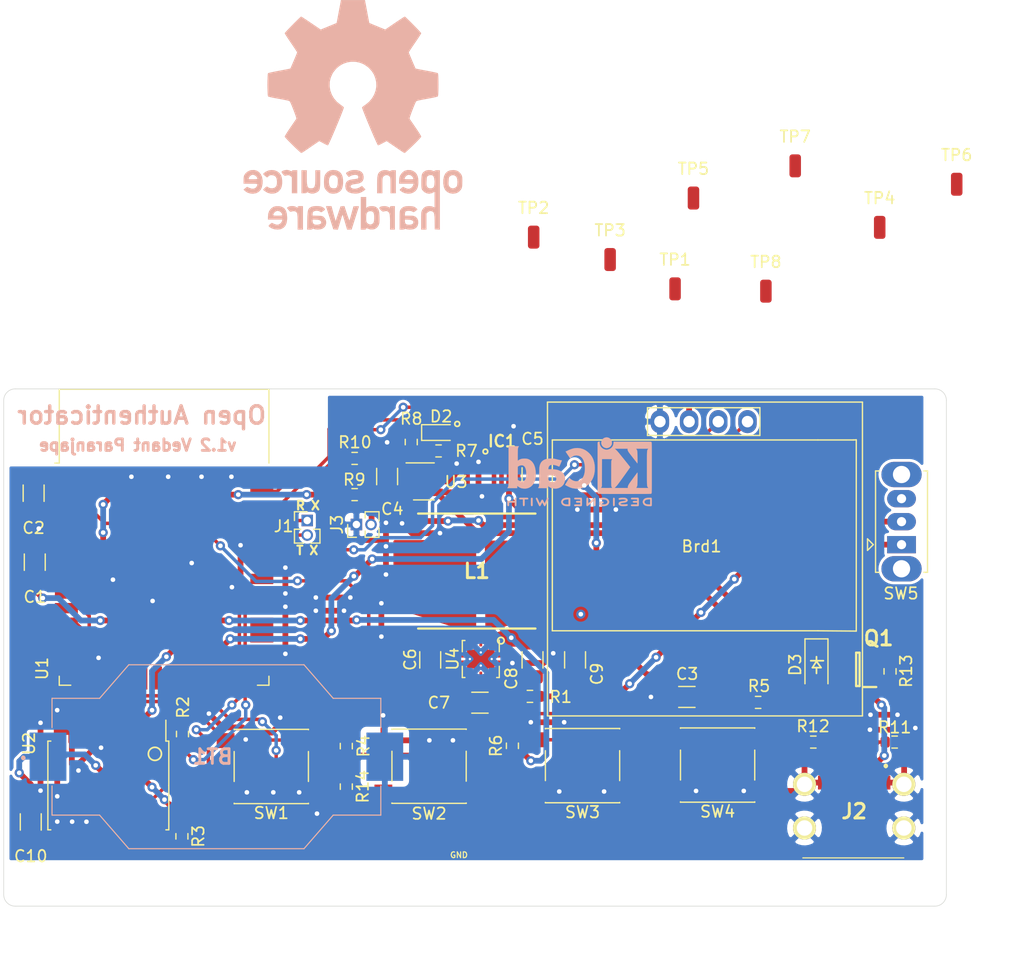
<source format=kicad_pcb>
(kicad_pcb (version 20171130) (host pcbnew 5.1.8-db9833491~87~ubuntu20.04.1)
  (title_block (title ESP-2FA) (date 2020-08-28) (rev v01) (comment 3 "License: MIT") (comment 4 "Author: Vedant Paranjape"))
  (layers (0 F.Cu signal) (31 B.Cu signal) (34 B.Paste user) (35 F.Paste user) (36 B.SilkS user) (37 F.SilkS user) (38 B.Mask user) (39 F.Mask user) (44 Edge.Cuts user))
  (net 0 "")
  (net 1 /IO21_SDA)
  (net 2 /IO22_SCL)
  (net 3 GND)
  (net 4 /LOAD_SWITCH_VCC)
  (net 5 "Net-(BT1-Pad1)")
  (net 6 /EN)
  (net 7 +BATT)
  (net 8 +3V3)
  (net 9 /V_INPUT)
  (net 10 "Net-(C7-Pad1)")
  (net 11 "Net-(D2-Pad1)")
  (net 12 VBUS)
  (net 13 /IO23)
  (net 14 "Net-(IC1-Pad4)")
  (net 15 "Net-(IC1-Pad5)")
  (net 16 /TX)
  (net 17 /RX)
  (net 18 "Net-(J2-PadA5)")
  (net 19 "Net-(J2-PadB5)")
  (net 20 "Net-(L1-Pad1)")
  (net 21 "Net-(L1-Pad2)")
  (net 22 /IO5_SDA)
  (net 23 /IO18_SCL)
  (net 24 /IO26)
  (net 25 /BOOT)
  (net 26 "Net-(R7-Pad1)")
  (net 27 "Net-(R8-Pad1)")
  (net 28 /A1_7_BATT)
  (net 29 /IO25)
  (net 30 "Net-(U1-Pad4)")
  (net 31 "Net-(U1-Pad5)")
  (net 32 "Net-(U1-Pad6)")
  (net 33 "Net-(U1-Pad8)")
  (net 34 "Net-(U1-Pad9)")
  (net 35 "Net-(U1-Pad12)")
  (net 36 "Net-(U1-Pad13)")
  (net 37 "Net-(U1-Pad14)")
  (net 38 "Net-(U1-Pad16)")
  (net 39 "Net-(U1-Pad17)")
  (net 40 "Net-(U1-Pad18)")
  (net 41 "Net-(U1-Pad19)")
  (net 42 "Net-(U1-Pad20)")
  (net 43 "Net-(U1-Pad21)")
  (net 44 "Net-(U1-Pad22)")
  (net 45 "Net-(U1-Pad23)")
  (net 46 "Net-(U1-Pad24)")
  (net 47 "Net-(U1-Pad26)")
  (net 48 "Net-(U1-Pad27)")
  (net 49 "Net-(U1-Pad28)")
  (net 50 "Net-(U1-Pad31)")
  (net 51 "Net-(U1-Pad32)")
  (net 52 "Net-(U2-Pad1)")
  (net 53 "Net-(U2-Pad3)")
  (net 54 "Net-(U2-Pad4)")
  (net 55 "Net-(C6-Pad1)")
  (module SSD1306:128x64OLED (layer F.Cu) (at 150.7 93.45)
    (fp_text reference Brd1 (at 0 0.254) (layer F.SilkS))
    (fp_text value SSD1306)
    (pad 4 thru_hole oval (at 4 -10.6 90) (size 2 1.6) (drill 1) (layers *.Cu *.Mask) (net 1 /IO21_SDA))
    (pad 3 thru_hole oval (at 1.46 -10.6 90) (size 2 1.6) (drill 1) (layers *.Cu *.Mask) (net 2 /IO22_SCL))
    (pad 1 thru_hole oval (at -3.62 -10.6 90) (size 2 1.6) (drill 1) (layers *.Cu *.Mask) (net 3 GND))
    (pad 2 thru_hole oval (at -1.08 -10.6 90) (size 2 1.6) (drill 1) (layers *.Cu *.Mask) (net 4 /LOAD_SWITCH_VCC))
  )
  (module Connector_PinHeader_1.27mm:PinHeader_1x02_P1.27mm_Vertical (layer F.Cu) (at 116.4 91.45)
    (fp_text reference J1 (at -2.05 0.5) (layer F.SilkS))
    (fp_text value Conn_01x02_Female hide)
    (pad 2 thru_hole oval (at 0 1.27) (size 1 1) (drill 0.65) (layers *.Cu *.Mask) (net 17 /RX))
    (pad 1 thru_hole rect (at 0 0) (size 1 1) (drill 0.65) (layers *.Cu *.Mask) (net 16 /TX))
  )
  (module Connector_Wire:SolderWirePad_1x01_SMD_1x2mm (layer F.Cu) (at 150 63.4)
    (fp_text reference TP5 (at 0 -2.54) (layer F.SilkS))
    (fp_text value V_INPUT)
    (pad 1 smd roundrect (at 0 0) (size 1 2) (layers F.Cu F.Paste F.Mask) (net 9 /V_INPUT))
  )
  (module Connector_PinHeader_1.27mm:PinHeader_1x02_P1.27mm_Vertical (layer F.Cu) (at 120.68 91.8 90)
    (fp_text reference J3 (at 0 -1.695 90) (layer F.SilkS))
    (fp_text value Conn_01x02_Female hide)
    (pad 2 thru_hole oval (at 0 1.27 90) (size 1 1) (drill 0.65) (layers *.Cu *.Mask) (net 7 +BATT))
    (pad 1 thru_hole rect (at 0 0 90) (size 1 1) (drill 0.65) (layers *.Cu *.Mask) (net 3 GND))
  )
  (module Connector_Wire:SolderWirePad_1x01_SMD_1x2mm (layer F.Cu) (at 156.3 71.5)
    (fp_text reference TP8 (at 0 -2.54) (layer F.SilkS))
    (fp_text value GND)
    (pad 1 smd roundrect (at 0 0) (size 1 2) (layers F.Cu F.Paste F.Mask) (net 3 GND))
  )
  (module Connector_Wire:SolderWirePad_1x01_SMD_1x2mm (layer F.Cu) (at 158.85 60.6)
    (fp_text reference TP7 (at 0 -2.54) (layer F.SilkS))
    (fp_text value OLED_SCL)
    (pad 1 smd roundrect (at 0 0) (size 1 2) (layers F.Cu F.Paste F.Mask) (net 2 /IO22_SCL))
  )
  (module Connector_Wire:SolderWirePad_1x01_SMD_1x2mm (layer F.Cu) (at 172.9 62.2)
    (fp_text reference TP6 (at 0 -2.54) (layer F.SilkS))
    (fp_text value OLED_SDA)
    (pad 1 smd roundrect (at 0 0) (size 1 2) (layers F.Cu F.Paste F.Mask) (net 1 /IO21_SDA))
  )
  (module Connector_Wire:SolderWirePad_1x01_SMD_1x2mm (layer F.Cu) (at 142.75 68.75)
    (fp_text reference TP3 (at 0 -2.54) (layer F.SilkS))
    (fp_text value RTC_SCL)
    (pad 1 smd roundrect (at 0 0) (size 1 2) (layers F.Cu F.Paste F.Mask) (net 23 /IO18_SCL))
  )
  (module Connector_Wire:SolderWirePad_1x01_SMD_1x2mm (layer F.Cu) (at 136.1 66.8)
    (fp_text reference TP2 (at 0 -2.54) (layer F.SilkS))
    (fp_text value RTC_SDA)
    (pad 1 smd roundrect (at 0 0) (size 1 2) (layers F.Cu F.Paste F.Mask) (net 22 /IO5_SDA))
  )
  (module Button_Switch_THT:SW_Slide_1P2T_CK_OS102011MS2Q (layer F.Cu) (at 168.1 93.55 90)
    (fp_text reference SW5 (at -4.25 -0.05 180) (layer F.SilkS))
    (fp_text value "POWER SWITCH" hide)
    (pad "" thru_hole oval (at 6.1 0 90) (size 2.2 3.5) (drill 1.5) (layers *.Cu *.Mask))
    (pad "" thru_hole oval (at -2.1 0 90) (size 2.2 3.5) (drill 1.5) (layers *.Cu *.Mask))
    (pad 3 thru_hole oval (at 4 0 90) (size 1.5 2.5) (drill 0.8) (layers *.Cu *.Mask))
    (pad 2 thru_hole oval (at 2 0 90) (size 1.5 2.5) (drill 0.8) (layers *.Cu *.Mask) (net 55 "Net-(C6-Pad1)"))
    (pad 1 thru_hole rect (at 0 0 90) (size 1.5 2.5) (drill 0.8) (layers *.Cu *.Mask) (net 9 /V_INPUT))
  )
  (module Capacitor_SMD:C_1206_3216Metric (layer F.Cu) (at 92.35 117.675 270)
    (fp_text reference C10 (at 2.975 0 180) (layer F.SilkS))
    (fp_text value "1uF 50V" hide)
    (pad 2 smd roundrect (at 1.475 0 270) (size 1.15 1.8) (layers F.Cu F.Paste F.Mask) (roundrect_rratio 0.217391) (net 3 GND))
    (pad 1 smd roundrect (at -1.475 0 270) (size 1.15 1.8) (layers F.Cu F.Paste F.Mask) (roundrect_rratio 0.217391) (net 5 "Net-(BT1-Pad1)"))
  )
  (module Capacitor_SMD:C_1206_3216Metric (layer F.Cu) (at 92.6 89.075 270)
    (fp_text reference C2 (at 3.025 0 180) (layer F.SilkS))
    (fp_text value "0.1uF 50V" hide)
    (pad 2 smd roundrect (at 1.475 0 270) (size 1.15 1.8) (layers F.Cu F.Paste F.Mask) (roundrect_rratio 0.217391) (net 8 +3V3))
    (pad 1 smd roundrect (at -1.475 0 270) (size 1.15 1.8) (layers F.Cu F.Paste F.Mask) (roundrect_rratio 0.217391) (net 3 GND))
  )
  (module Capacitor_SMD:C_1206_3216Metric (layer F.Cu) (at 92.7 95.075 90)
    (fp_text reference C1 (at -3.025 0 180) (layer F.SilkS))
    (fp_text value "10uF 50V" hide)
    (pad 2 smd roundrect (at 1.475 0 90) (size 1.15 1.8) (layers F.Cu F.Paste F.Mask) (roundrect_rratio 0.217391) (net 3 GND))
    (pad 1 smd roundrect (at -1.475 0 90) (size 1.15 1.8) (layers F.Cu F.Paste F.Mask) (roundrect_rratio 0.217391) (net 8 +3V3))
  )
  (module Connector_Wire:SolderWirePad_1x01_SMD_1x2mm (layer F.Cu) (at 166.2 65.95)
    (fp_text reference TP4 (at 0 -2.54) (layer F.SilkS))
    (fp_text value LOAD_SWITCH hide)
    (pad 1 smd roundrect (at 0 0) (size 1 2) (layers F.Cu F.Paste F.Mask) (net 4 /LOAD_SWITCH_VCC))
  )
  (module Connector_Wire:SolderWirePad_1x01_SMD_1x2mm (layer F.Cu) (at 148.4 71.3)
    (fp_text reference TP1 (at 0 -2.54) (layer F.SilkS))
    (fp_text value 3V3)
    (pad 1 smd roundrect (at 0 0) (size 1 2) (layers F.Cu F.Paste F.Mask) (net 8 +3V3))
  )
  (module Symbol:OSHW-Logo_19x20mm_SilkScreen (layer B.Cu) (at 120.4 56.15 180)
    (fp_text reference REF** hide)
    (fp_text value OSHW-Logo_19x20mm_SilkScreen hide)
  )
  (module Symbol:KiCad-Logo2_5mm_SilkScreen (layer B.Cu) (at 140.1 87.2 180)
    (fp_text reference REF** hide)
    (fp_text value KiCad-Logo2_5mm_SilkScreen hide)
  )
  (module BU2032SM-BT-GTR:BU2032SMBTGTR (layer B.Cu) (at 108.5 112 180)
    (fp_text reference BT1 (at 0.325 0) (layer B.SilkS) (effects (font (size 1.27 1.27) (thickness 0.254)) (justify mirror)))
    (fp_text value 3v hide)
    (pad 1 smd rect (at 14.65 0 180) (size 3.2 4.2) (layers B.Cu B.Paste B.Mask) (net 5 "Net-(BT1-Pad1)"))
    (pad 2 smd rect (at -14.65 0 180) (size 3.2 4.2) (layers B.Cu B.Paste B.Mask) (net 3 GND))
  )
  (module Capacitor_SMD:C_1206_3216Metric (layer F.Cu) (at 149.425 106.8 180)
    (fp_text reference C3 (at -0.025 2) (layer F.SilkS))
    (fp_text value "1uF 50V" hide)
    (pad 1 smd roundrect (at -1.475 0 180) (size 1.15 1.8) (layers F.Cu F.Paste F.Mask) (roundrect_rratio 0.217391) (net 6 /EN))
    (pad 2 smd roundrect (at 1.475 0 180) (size 1.15 1.8) (layers F.Cu F.Paste F.Mask) (roundrect_rratio 0.217391) (net 3 GND))
  )
  (module Capacitor_SMD:C_1206_3216Metric (layer F.Cu) (at 123.35 87.625 270)
    (fp_text reference C4 (at 2.825 -0.45 180) (layer F.SilkS))
    (fp_text value "10uF 50V" hide)
    (pad 1 smd roundrect (at -1.475 0 270) (size 1.15 1.8) (layers F.Cu F.Paste F.Mask) (roundrect_rratio 0.217391) (net 3 GND))
    (pad 2 smd roundrect (at 1.475 0 270) (size 1.15 1.8) (layers F.Cu F.Paste F.Mask) (roundrect_rratio 0.217391) (net 7 +BATT))
  )
  (module Capacitor_SMD:C_1206_3216Metric (layer F.Cu) (at 136 87.575 270)
    (fp_text reference C5 (at -3.225 0 180) (layer F.SilkS))
    (fp_text value "1uF 50V" hide)
    (pad 2 smd roundrect (at 1.475 0 270) (size 1.15 1.8) (layers F.Cu F.Paste F.Mask) (roundrect_rratio 0.217391) (net 8 +3V3))
    (pad 1 smd roundrect (at -1.475 0 270) (size 1.15 1.8) (layers F.Cu F.Paste F.Mask) (roundrect_rratio 0.217391) (net 3 GND))
  )
  (module Capacitor_SMD:C_1206_3216Metric (layer F.Cu) (at 127.1 103.575 270)
    (fp_text reference C6 (at -0.025 1.75 90) (layer F.SilkS))
    (fp_text value "10uF 50V" hide)
    (pad 2 smd roundrect (at 1.475 0 270) (size 1.15 1.8) (layers F.Cu F.Paste F.Mask) (roundrect_rratio 0.217391) (net 3 GND))
    (pad 1 smd roundrect (at -1.475 0 270) (size 1.15 1.8) (layers F.Cu F.Paste F.Mask) (roundrect_rratio 0.217391) (net 55 "Net-(C6-Pad1)"))
  )
  (module Capacitor_SMD:C_1206_3216Metric (layer F.Cu) (at 131.425 107.3 180)
    (fp_text reference C7 (at 3.575 0) (layer F.SilkS))
    (fp_text value "0.1uF 50V" hide)
    (pad 1 smd roundrect (at -1.475 0 180) (size 1.15 1.8) (layers F.Cu F.Paste F.Mask) (roundrect_rratio 0.217391) (net 10 "Net-(C7-Pad1)"))
    (pad 2 smd roundrect (at 1.475 0 180) (size 1.15 1.8) (layers F.Cu F.Paste F.Mask) (roundrect_rratio 0.217391) (net 3 GND))
  )
  (module Capacitor_SMD:C_1206_3216Metric (layer F.Cu) (at 136 103.575 270)
    (fp_text reference C8 (at 1.625 1.85 90) (layer F.SilkS))
    (fp_text value "10uF 50V" hide)
    (pad 1 smd roundrect (at -1.475 0 270) (size 1.15 1.8) (layers F.Cu F.Paste F.Mask) (roundrect_rratio 0.217391) (net 8 +3V3))
    (pad 2 smd roundrect (at 1.475 0 270) (size 1.15 1.8) (layers F.Cu F.Paste F.Mask) (roundrect_rratio 0.217391) (net 3 GND))
  )
  (module Capacitor_SMD:C_1206_3216Metric (layer F.Cu) (at 139.7 103.575 270)
    (fp_text reference C9 (at 1.225 -1.9 90) (layer F.SilkS))
    (fp_text value "10uF 50V" hide)
    (pad 2 smd roundrect (at 1.475 0 270) (size 1.15 1.8) (layers F.Cu F.Paste F.Mask) (roundrect_rratio 0.217391) (net 3 GND))
    (pad 1 smd roundrect (at -1.475 0 270) (size 1.15 1.8) (layers F.Cu F.Paste F.Mask) (roundrect_rratio 0.217391) (net 8 +3V3))
  )
  (module LED_SMD:LED_0603_1608Metric_Castellated (layer F.Cu) (at 128.0375 83.8)
    (fp_text reference D2 (at 0.0125 -1.4) (layer F.SilkS))
    (fp_text value LED hide)
    (pad 2 smd roundrect (at 0.8125 0) (size 1.225 0.85) (layers F.Cu F.Paste F.Mask) (net 12 VBUS))
    (pad 1 smd roundrect (at -0.8125 0) (size 1.225 0.85) (layers F.Cu F.Paste F.Mask) (net 11 "Net-(D2-Pad1)"))
  )
  (module Diode_SMD:D_SOD-123 (layer F.Cu) (at 160.7 104 270)
    (fp_text reference D3 (at 0 1.85 90) (layer F.SilkS))
    (fp_text value 1N5819 hide)
    (pad 1 smd rect (at -1.65 0 270) (size 0.9 1.2) (layers F.Cu F.Paste F.Mask) (net 9 /V_INPUT))
    (pad 2 smd rect (at 1.65 0 270) (size 0.9 1.2) (layers F.Cu F.Paste F.Mask) (net 12 VBUS))
  )
  (module TPS22919DCKR:SOT65P210X110-6N (layer F.Cu) (at 133.3 87.1 270)
    (fp_text reference IC1 (at -2.55 -0.05 180) (layer F.SilkS) (effects (font (thickness 0.2))))
    (fp_text value TPS22919DCKR hide)
    (pad 6 smd rect (at 0.95 -0.65) (size 0.4 1.2) (layers F.Cu F.Paste F.Mask) (net 4 /LOAD_SWITCH_VCC))
    (pad 5 smd rect (at 0.95 0) (size 0.4 1.2) (layers F.Cu F.Paste F.Mask) (net 15 "Net-(IC1-Pad5)"))
    (pad 4 smd rect (at 0.95 0.65) (size 0.4 1.2) (layers F.Cu F.Paste F.Mask) (net 14 "Net-(IC1-Pad4)"))
    (pad 3 smd rect (at -0.95 0.65) (size 0.4 1.2) (layers F.Cu F.Paste F.Mask) (net 13 /IO23))
    (pad 2 smd rect (at -0.95 0) (size 0.4 1.2) (layers F.Cu F.Paste F.Mask) (net 3 GND))
    (pad 1 smd rect (at -0.95 -0.65) (size 0.4 1.2) (layers F.Cu F.Paste F.Mask) (net 8 +3V3))
  )
  (module TYPE-C-31-M-17:TYPEC31M17 (layer F.Cu) (at 163.98 116.75)
    (fp_text reference J2 (at 0 0) (layer F.SilkS) (effects (font (size 1.27 1.27) (thickness 0.254))))
    (fp_text value TYPE-C-31-M-17 hide)
    (pad A5 smd rect (at -0.5 -2.5) (size 0.7 1.2) (layers F.Cu F.Paste F.Mask) (net 18 "Net-(J2-PadA5)"))
    (pad A9 smd rect (at 1.52 -2.5) (size 0.76 1.2) (layers F.Cu F.Paste F.Mask) (net 12 VBUS))
    (pad A12 smd rect (at 2.75 -2.5) (size 0.8 1.2) (layers F.Cu F.Paste F.Mask) (net 3 GND))
    (pad B5 smd rect (at 0.5 -2.5) (size 0.7 1.2) (layers F.Cu F.Paste F.Mask) (net 19 "Net-(J2-PadB5)"))
    (pad B9 smd rect (at -1.52 -2.5) (size 0.76 1.2) (layers F.Cu F.Paste F.Mask) (net 12 VBUS))
    (pad B12 smd rect (at -2.75 -2.5) (size 0.8 1.2) (layers F.Cu F.Paste F.Mask) (net 3 GND))
    (pad MH1 thru_hole circle (at -4.32 1.45 90) (size 2 2) (drill 1.346) (layers *.Cu *.Mask F.SilkS) (net 3 GND))
    (pad MH2 thru_hole circle (at 4.32 1.45 90) (size 2 2) (drill 1.346) (layers *.Cu *.Mask F.SilkS) (net 3 GND))
    (pad MH3 thru_hole circle (at 4.32 -2.35 90) (size 2 2) (drill 1.346) (layers *.Cu *.Mask F.SilkS) (net 3 GND))
    (pad MH4 thru_hole circle (at -4.32 -2.35 90) (size 2 2) (drill 1.346) (layers *.Cu *.Mask F.SilkS) (net 3 GND))
  )
  (module CDRH104RNP-150NC:INDPM102100X400N (layer F.Cu) (at 131.15 95.85)
    (fp_text reference L1 (at 0 0) (layer F.SilkS) (effects (font (size 1.27 1.27) (thickness 0.254))))
    (fp_text value "2.2 uH" hide)
    (pad 1 smd rect (at -4.65 0) (size 2.2 3.05) (layers F.Cu F.Paste F.Mask) (net 20 "Net-(L1-Pad1)"))
    (pad 2 smd rect (at 4.65 0) (size 2.2 3.05) (layers F.Cu F.Paste F.Mask) (net 21 "Net-(L1-Pad2)"))
  )
  (module DMP2305U-7:SOT96P240X110-3N (layer F.Cu) (at 164.3 104.4 180)
    (fp_text reference Q1 (at -1.8 2.7) (layer F.SilkS) (effects (font (size 1.27 1.27) (thickness 0.254))))
    (fp_text value DMP2305U-7 hide)
    (pad 1 smd rect (at -1.05 -0.96 270) (size 0.65 1.1) (layers F.Cu F.Paste F.Mask) (net 12 VBUS))
    (pad 2 smd rect (at -1.05 0.96 270) (size 0.65 1.1) (layers F.Cu F.Paste F.Mask) (net 9 /V_INPUT))
    (pad 3 smd rect (at 1.05 0 270) (size 0.65 1.1) (layers F.Cu F.Paste F.Mask) (net 7 +BATT))
  )
  (module Resistor_SMD:R_0603_1608Metric (layer F.Cu) (at 135.775 106.75 180)
    (fp_text reference R1 (at -2.675 -0.05) (layer F.SilkS))
    (fp_text value 100 hide)
    (pad 2 smd roundrect (at 0.825 0 180) (size 0.8 0.95) (layers F.Cu F.Paste F.Mask) (net 10 "Net-(C7-Pad1)"))
    (pad 1 smd roundrect (at -0.825 0 180) (size 0.8 0.95) (layers F.Cu F.Paste F.Mask) (net 55 "Net-(C6-Pad1)"))
  )
  (module Resistor_SMD:R_0603_1608Metric (layer F.Cu) (at 105.55 110.025 270)
    (fp_text reference R2 (at -2.325 -0.05 90) (layer F.SilkS))
    (fp_text value 4.7k hide)
    (pad 2 smd roundrect (at 0.825 0 270) (size 0.8 0.95) (layers F.Cu F.Paste F.Mask) (net 22 /IO5_SDA))
    (pad 1 smd roundrect (at -0.825 0 270) (size 0.8 0.95) (layers F.Cu F.Paste F.Mask) (net 4 /LOAD_SWITCH_VCC))
  )
  (module Resistor_SMD:R_0603_1608Metric (layer F.Cu) (at 105.5 118.925 270)
    (fp_text reference R3 (at 0 -1.43 90) (layer F.SilkS))
    (fp_text value 4.7k hide)
    (pad 1 smd roundrect (at -0.825 0 270) (size 0.8 0.95) (layers F.Cu F.Paste F.Mask) (net 4 /LOAD_SWITCH_VCC))
    (pad 2 smd roundrect (at 0.825 0 270) (size 0.8 0.95) (layers F.Cu F.Paste F.Mask) (net 23 /IO18_SCL))
  )
  (module Resistor_SMD:R_0603_1608Metric (layer F.Cu) (at 119.8 111.075 90)
    (fp_text reference R4 (at 0 1.5 90) (layer F.SilkS))
    (fp_text value 10k hide)
    (pad 1 smd roundrect (at -0.825 0 90) (size 0.8 0.95) (layers F.Cu F.Paste F.Mask) (net 8 +3V3))
    (pad 2 smd roundrect (at 0.825 0 90) (size 0.8 0.95) (layers F.Cu F.Paste F.Mask) (net 24 /IO26))
  )
  (module Resistor_SMD:R_0603_1608Metric (layer F.Cu) (at 155.625 107.275 180)
    (fp_text reference R5 (at -0.075 1.425) (layer F.SilkS))
    (fp_text value 10k hide)
    (pad 2 smd roundrect (at 0.825 0 180) (size 0.8 0.95) (layers F.Cu F.Paste F.Mask) (net 6 /EN))
    (pad 1 smd roundrect (at -0.825 0 180) (size 0.8 0.95) (layers F.Cu F.Paste F.Mask) (net 8 +3V3))
  )
  (module Resistor_SMD:R_0603_1608Metric (layer F.Cu) (at 134.25 111.05 90)
    (fp_text reference R6 (at 0 -1.43 90) (layer F.SilkS))
    (fp_text value 10k hide)
    (pad 1 smd roundrect (at -0.825 0 90) (size 0.8 0.95) (layers F.Cu F.Paste F.Mask) (net 8 +3V3))
    (pad 2 smd roundrect (at 0.825 0 90) (size 0.8 0.95) (layers F.Cu F.Paste F.Mask) (net 25 /BOOT))
  )
  (module Resistor_SMD:R_0603_1608Metric (layer F.Cu) (at 127.825 85.4)
    (fp_text reference R7 (at 2.425 0) (layer F.SilkS))
    (fp_text value 4.7k hide)
    (pad 2 smd roundrect (at 0.825 0) (size 0.8 0.95) (layers F.Cu F.Paste F.Mask) (net 3 GND))
    (pad 1 smd roundrect (at -0.825 0) (size 0.8 0.95) (layers F.Cu F.Paste F.Mask) (net 26 "Net-(R7-Pad1)"))
  )
  (module Resistor_SMD:R_0603_1608Metric (layer F.Cu) (at 125.45 84.625 90)
    (fp_text reference R8 (at 2.025 0 180) (layer F.SilkS))
    (fp_text value 1k hide)
    (pad 1 smd roundrect (at -0.825 0 90) (size 0.8 0.95) (layers F.Cu F.Paste F.Mask) (net 27 "Net-(R8-Pad1)"))
    (pad 2 smd roundrect (at 0.825 0 90) (size 0.8 0.95) (layers F.Cu F.Paste F.Mask) (net 11 "Net-(D2-Pad1)"))
  )
  (module Resistor_SMD:R_0603_1608Metric (layer F.Cu) (at 120.525 89.2 180)
    (fp_text reference R9 (at 0.025 1.3) (layer F.SilkS))
    (fp_text value 100k hide)
    (pad 2 smd roundrect (at 0.825 0 180) (size 0.8 0.95) (layers F.Cu F.Paste F.Mask) (net 28 /A1_7_BATT))
    (pad 1 smd roundrect (at -0.825 0 180) (size 0.8 0.95) (layers F.Cu F.Paste F.Mask) (net 7 +BATT))
  )
  (module Resistor_SMD:R_0603_1608Metric (layer F.Cu) (at 120.525 86.05)
    (fp_text reference R10 (at 0.025 -1.4) (layer F.SilkS))
    (fp_text value 100k hide)
    (pad 1 smd roundrect (at -0.825 0) (size 0.8 0.95) (layers F.Cu F.Paste F.Mask) (net 28 /A1_7_BATT))
    (pad 2 smd roundrect (at 0.825 0) (size 0.8 0.95) (layers F.Cu F.Paste F.Mask) (net 3 GND))
  )
  (module Resistor_SMD:R_0603_1608Metric (layer F.Cu) (at 167.5 110.725 180)
    (fp_text reference R11 (at 0 1.275) (layer F.SilkS))
    (fp_text value 5.1k hide)
    (pad 1 smd roundrect (at -0.825 0 180) (size 0.8 0.95) (layers F.Cu F.Paste F.Mask) (net 3 GND))
    (pad 2 smd roundrect (at 0.825 0 180) (size 0.8 0.95) (layers F.Cu F.Paste F.Mask) (net 19 "Net-(J2-PadB5)"))
  )
  (module Resistor_SMD:R_0603_1608Metric (layer F.Cu) (at 160.425 110.725)
    (fp_text reference R12 (at -0.025 -1.375) (layer F.SilkS))
    (fp_text value 5.1k hide)
    (pad 2 smd roundrect (at 0.825 0) (size 0.8 0.95) (layers F.Cu F.Paste F.Mask) (net 18 "Net-(J2-PadA5)"))
    (pad 1 smd roundrect (at -0.825 0) (size 0.8 0.95) (layers F.Cu F.Paste F.Mask) (net 3 GND))
  )
  (module Resistor_SMD:R_0603_1608Metric (layer F.Cu) (at 167.1 104.575 90)
    (fp_text reference R13 (at 0.025 1.4 270) (layer F.SilkS))
    (fp_text value 10k hide)
    (pad 1 smd roundrect (at -0.825 0 90) (size 0.8 0.95) (layers F.Cu F.Paste F.Mask) (net 12 VBUS))
    (pad 2 smd roundrect (at 0.825 0 90) (size 0.8 0.95) (layers F.Cu F.Paste F.Mask) (net 3 GND))
  )
  (module Resistor_SMD:R_0603_1608Metric (layer F.Cu) (at 119.8 114.6 270)
    (fp_text reference R14 (at 0 -1.43 90) (layer F.SilkS))
    (fp_text value 10k hide)
    (pad 2 smd roundrect (at 0.825 0 270) (size 0.8 0.95) (layers F.Cu F.Paste F.Mask) (net 29 /IO25))
    (pad 1 smd roundrect (at -0.825 0 270) (size 0.8 0.95) (layers F.Cu F.Paste F.Mask) (net 8 +3V3))
  )
  (module Button_Switch_SMD:SW_Push_1P1T_NO_6x6mm_H9.5mm (layer F.Cu) (at 113.275 112.85 180)
    (fp_text reference SW1 (at 0 -4.05) (layer F.SilkS))
    (fp_text value SW_Push hide)
    (pad 2 smd rect (at 3.975 2.25 180) (size 1.55 1.3) (layers F.Cu F.Paste F.Mask) (net 24 /IO26))
    (pad 1 smd rect (at 3.975 -2.25 180) (size 1.55 1.3) (layers F.Cu F.Paste F.Mask) (net 3 GND))
    (pad 1 smd rect (at -3.975 -2.25 180) (size 1.55 1.3) (layers F.Cu F.Paste F.Mask) (net 3 GND))
    (pad 2 smd rect (at -3.975 2.25 180) (size 1.55 1.3) (layers F.Cu F.Paste F.Mask) (net 24 /IO26))
  )
  (module Button_Switch_SMD:SW_Push_1P1T_NO_6x6mm_H9.5mm (layer F.Cu) (at 127 112.825)
    (fp_text reference SW2 (at 0 4.125) (layer F.SilkS))
    (fp_text value SW_Push hide)
    (pad 2 smd rect (at -3.975 2.25) (size 1.55 1.3) (layers F.Cu F.Paste F.Mask) (net 29 /IO25))
    (pad 1 smd rect (at -3.975 -2.25) (size 1.55 1.3) (layers F.Cu F.Paste F.Mask) (net 3 GND))
    (pad 1 smd rect (at 3.975 -2.25) (size 1.55 1.3) (layers F.Cu F.Paste F.Mask) (net 3 GND))
    (pad 2 smd rect (at 3.975 2.25) (size 1.55 1.3) (layers F.Cu F.Paste F.Mask) (net 29 /IO25))
  )
  (module Button_Switch_SMD:SW_Push_1P1T_NO_6x6mm_H9.5mm (layer F.Cu) (at 140.35 112.775 180)
    (fp_text reference SW3 (at 0 -4.05) (layer F.SilkS))
    (fp_text value BOOT)
    (pad 2 smd rect (at 3.975 2.25 180) (size 1.55 1.3) (layers F.Cu F.Paste F.Mask) (net 25 /BOOT))
    (pad 1 smd rect (at 3.975 -2.25 180) (size 1.55 1.3) (layers F.Cu F.Paste F.Mask) (net 3 GND))
    (pad 1 smd rect (at -3.975 -2.25 180) (size 1.55 1.3) (layers F.Cu F.Paste F.Mask) (net 3 GND))
    (pad 2 smd rect (at -3.975 2.25 180) (size 1.55 1.3) (layers F.Cu F.Paste F.Mask) (net 25 /BOOT))
  )
  (module Button_Switch_SMD:SW_Push_1P1T_NO_6x6mm_H9.5mm (layer F.Cu) (at 152.1 112.725 180)
    (fp_text reference SW4 (at 0 -4.05) (layer F.SilkS))
    (fp_text value RESET hide)
    (pad 2 smd rect (at -3.975 2.25 180) (size 1.55 1.3) (layers F.Cu F.Paste F.Mask) (net 6 /EN))
    (pad 1 smd rect (at -3.975 -2.25 180) (size 1.55 1.3) (layers F.Cu F.Paste F.Mask) (net 3 GND))
    (pad 1 smd rect (at 3.975 -2.25 180) (size 1.55 1.3) (layers F.Cu F.Paste F.Mask) (net 3 GND))
    (pad 2 smd rect (at 3.975 2.25 180) (size 1.55 1.3) (layers F.Cu F.Paste F.Mask) (net 6 /EN))
  )
  (module RF_Module:ESP32-WROOM-32 (layer F.Cu) (at 103.95 95.9)
    (fp_text reference U1 (at -10.61 8.43 90) (layer F.SilkS))
    (fp_text value ESP32-WROOM-32 hide)
    (pad 38 smd rect (at 8.5 -8.255) (size 2 0.9) (layers F.Cu F.Paste F.Mask) (net 3 GND))
    (pad 37 smd rect (at 8.5 -6.985) (size 2 0.9) (layers F.Cu F.Paste F.Mask) (net 13 /IO23))
    (pad 36 smd rect (at 8.5 -5.715) (size 2 0.9) (layers F.Cu F.Paste F.Mask) (net 2 /IO22_SCL))
    (pad 35 smd rect (at 8.5 -4.445) (size 2 0.9) (layers F.Cu F.Paste F.Mask) (net 16 /TX))
    (pad 34 smd rect (at 8.5 -3.175) (size 2 0.9) (layers F.Cu F.Paste F.Mask) (net 17 /RX))
    (pad 33 smd rect (at 8.5 -1.905) (size 2 0.9) (layers F.Cu F.Paste F.Mask) (net 1 /IO21_SDA))
    (pad 32 smd rect (at 8.5 -0.635) (size 2 0.9) (layers F.Cu F.Paste F.Mask) (net 51 "Net-(U1-Pad32)"))
    (pad 31 smd rect (at 8.5 0.635) (size 2 0.9) (layers F.Cu F.Paste F.Mask) (net 50 "Net-(U1-Pad31)"))
    (pad 30 smd rect (at 8.5 1.905) (size 2 0.9) (layers F.Cu F.Paste F.Mask) (net 23 /IO18_SCL))
    (pad 29 smd rect (at 8.5 3.175) (size 2 0.9) (layers F.Cu F.Paste F.Mask) (net 22 /IO5_SDA))
    (pad 28 smd rect (at 8.5 4.445) (size 2 0.9) (layers F.Cu F.Paste F.Mask) (net 49 "Net-(U1-Pad28)"))
    (pad 27 smd rect (at 8.5 5.715) (size 2 0.9) (layers F.Cu F.Paste F.Mask) (net 48 "Net-(U1-Pad27)"))
    (pad 26 smd rect (at 8.5 6.985) (size 2 0.9) (layers F.Cu F.Paste F.Mask) (net 47 "Net-(U1-Pad26)"))
    (pad 25 smd rect (at 8.5 8.255) (size 2 0.9) (layers F.Cu F.Paste F.Mask) (net 25 /BOOT))
    (pad 24 smd rect (at 5.715 9.255 90) (size 2 0.9) (layers F.Cu F.Paste F.Mask) (net 46 "Net-(U1-Pad24)"))
    (pad 23 smd rect (at 4.445 9.255 90) (size 2 0.9) (layers F.Cu F.Paste F.Mask) (net 45 "Net-(U1-Pad23)"))
    (pad 22 smd rect (at 3.175 9.255 90) (size 2 0.9) (layers F.Cu F.Paste F.Mask) (net 44 "Net-(U1-Pad22)"))
    (pad 21 smd rect (at 1.905 9.255 90) (size 2 0.9) (layers F.Cu F.Paste F.Mask) (net 43 "Net-(U1-Pad21)"))
    (pad 20 smd rect (at 0.635 9.255 90) (size 2 0.9) (layers F.Cu F.Paste F.Mask) (net 42 "Net-(U1-Pad20)"))
    (pad 19 smd rect (at -0.635 9.255 90) (size 2 0.9) (layers F.Cu F.Paste F.Mask) (net 41 "Net-(U1-Pad19)"))
    (pad 18 smd rect (at -1.905 9.255 90) (size 2 0.9) (layers F.Cu F.Paste F.Mask) (net 40 "Net-(U1-Pad18)"))
    (pad 17 smd rect (at -3.175 9.255 90) (size 2 0.9) (layers F.Cu F.Paste F.Mask) (net 39 "Net-(U1-Pad17)"))
    (pad 16 smd rect (at -4.445 9.255 90) (size 2 0.9) (layers F.Cu F.Paste F.Mask) (net 38 "Net-(U1-Pad16)"))
    (pad 15 smd rect (at -5.715 9.255 90) (size 2 0.9) (layers F.Cu F.Paste F.Mask) (net 3 GND))
    (pad 14 smd rect (at -8.5 8.255) (size 2 0.9) (layers F.Cu F.Paste F.Mask) (net 37 "Net-(U1-Pad14)"))
    (pad 13 smd rect (at -8.5 6.985) (size 2 0.9) (layers F.Cu F.Paste F.Mask) (net 36 "Net-(U1-Pad13)"))
    (pad 12 smd rect (at -8.5 5.715) (size 2 0.9) (layers F.Cu F.Paste F.Mask) (net 35 "Net-(U1-Pad12)"))
    (pad 11 smd rect (at -8.5 4.445) (size 2 0.9) (layers F.Cu F.Paste F.Mask) (net 24 /IO26))
    (pad 10 smd rect (at -8.5 3.175) (size 2 0.9) (layers F.Cu F.Paste F.Mask) (net 29 /IO25))
    (pad 9 smd rect (at -8.5 1.905) (size 2 0.9) (layers F.Cu F.Paste F.Mask) (net 34 "Net-(U1-Pad9)"))
    (pad 8 smd rect (at -8.5 0.635) (size 2 0.9) (layers F.Cu F.Paste F.Mask) (net 33 "Net-(U1-Pad8)"))
    (pad 7 smd rect (at -8.5 -0.635) (size 2 0.9) (layers F.Cu F.Paste F.Mask) (net 28 /A1_7_BATT))
    (pad 6 smd rect (at -8.5 -1.905) (size 2 0.9) (layers F.Cu F.Paste F.Mask) (net 32 "Net-(U1-Pad6)"))
    (pad 5 smd rect (at -8.5 -3.175) (size 2 0.9) (layers F.Cu F.Paste F.Mask) (net 31 "Net-(U1-Pad5)"))
    (pad 4 smd rect (at -8.5 -4.445) (size 2 0.9) (layers F.Cu F.Paste F.Mask) (net 30 "Net-(U1-Pad4)"))
    (pad 3 smd rect (at -8.5 -5.715) (size 2 0.9) (layers F.Cu F.Paste F.Mask) (net 6 /EN))
    (pad 2 smd rect (at -8.5 -6.985) (size 2 0.9) (layers F.Cu F.Paste F.Mask) (net 8 +3V3))
    (pad 1 smd rect (at -8.5 -8.255) (size 2 0.9) (layers F.Cu F.Paste F.Mask) (net 3 GND))
    (pad 39 smd rect (at -1 -0.755) (size 5 5) (layers F.Cu F.Paste F.Mask) (net 3 GND))
  )
  (module Package_SO:SOIC-16W_7.5x10.3mm_P1.27mm (layer F.Cu) (at 99.1 114.5 270)
    (fp_text reference U2 (at -3.65 6.9 270) (layer F.SilkS))
    (fp_text value DS3231M hide)
    (pad 1 smd roundrect (at -4.65 -4.445 270) (size 2.05 0.6) (layers F.Cu F.Paste F.Mask) (net 52 "Net-(U2-Pad1)"))
    (pad 2 smd roundrect (at -4.65 -3.175 270) (size 2.05 0.6) (layers F.Cu F.Paste F.Mask) (net 4 /LOAD_SWITCH_VCC))
    (pad 3 smd roundrect (at -4.65 -1.905 270) (size 2.05 0.6) (layers F.Cu F.Paste F.Mask) (net 53 "Net-(U2-Pad3)"))
    (pad 4 smd roundrect (at -4.65 -0.635 270) (size 2.05 0.6) (layers F.Cu F.Paste F.Mask) (net 54 "Net-(U2-Pad4)"))
    (pad 5 smd roundrect (at -4.65 0.635 270) (size 2.05 0.6) (layers F.Cu F.Paste F.Mask) (net 3 GND))
    (pad 6 smd roundrect (at -4.65 1.905 270) (size 2.05 0.6) (layers F.Cu F.Paste F.Mask) (net 3 GND))
    (pad 7 smd roundrect (at -4.65 3.175 270) (size 2.05 0.6) (layers F.Cu F.Paste F.Mask) (net 3 GND))
    (pad 8 smd roundrect (at -4.65 4.445 270) (size 2.05 0.6) (layers F.Cu F.Paste F.Mask) (net 3 GND))
    (pad 9 smd roundrect (at 4.65 4.445 270) (size 2.05 0.6) (layers F.Cu F.Paste F.Mask) (net 3 GND))
    (pad 10 smd roundrect (at 4.65 3.175 270) (size 2.05 0.6) (layers F.Cu F.Paste F.Mask) (net 3 GND))
    (pad 11 smd roundrect (at 4.65 1.905 270) (size 2.05 0.6) (layers F.Cu F.Paste F.Mask) (net 3 GND))
    (pad 12 smd roundrect (at 4.65 0.635 270) (size 2.05 0.6) (layers F.Cu F.Paste F.Mask) (net 3 GND))
    (pad 13 smd roundrect (at 4.65 -0.635 270) (size 2.05 0.6) (layers F.Cu F.Paste F.Mask) (net 3 GND))
    (pad 14 smd roundrect (at 4.65 -1.905 270) (size 2.05 0.6) (layers F.Cu F.Paste F.Mask) (net 5 "Net-(BT1-Pad1)"))
    (pad 15 smd roundrect (at 4.65 -3.175 270) (size 2.05 0.6) (layers F.Cu F.Paste F.Mask) (net 22 /IO5_SDA))
    (pad 16 smd roundrect (at 4.65 -4.445 270) (size 2.05 0.6) (layers F.Cu F.Paste F.Mask) (net 23 /IO18_SCL))
  )
  (module Package_TO_SOT_SMD:SOT-23-5 (layer F.Cu) (at 126.55 88.05)
    (fp_text reference U3 (at 2.8 0.05) (layer F.SilkS))
    (fp_text value MCP73831-2-OT hide)
    (pad 1 smd rect (at -1.1 -0.95) (size 1.06 0.65) (layers F.Cu F.Paste F.Mask) (net 27 "Net-(R8-Pad1)"))
    (pad 2 smd rect (at -1.1 0) (size 1.06 0.65) (layers F.Cu F.Paste F.Mask) (net 3 GND))
    (pad 3 smd rect (at -1.1 0.95) (size 1.06 0.65) (layers F.Cu F.Paste F.Mask) (net 7 +BATT))
    (pad 4 smd rect (at 1.1 0.95) (size 1.06 0.65) (layers F.Cu F.Paste F.Mask) (net 12 VBUS))
    (pad 5 smd rect (at 1.1 -0.95) (size 1.06 0.65) (layers F.Cu F.Paste F.Mask) (net 26 "Net-(R7-Pad1)"))
  )
  (module Package_SON:Texas_DRC0010J_ThermalVias (layer F.Cu) (at 131.5 103.5 270)
    (fp_text reference U4 (at 0 2.45 90) (layer F.SilkS))
    (fp_text value TPS63001 hide)
    (pad 1 smd rect (at -1.4 -1 270) (size 0.6 0.24) (layers F.Cu F.Paste F.Mask) (net 8 +3V3))
    (pad 2 smd rect (at -1.4 -0.5 270) (size 0.6 0.24) (layers F.Cu F.Paste F.Mask) (net 21 "Net-(L1-Pad2)"))
    (pad 3 smd rect (at -1.4 0 270) (size 0.6 0.24) (layers F.Cu F.Paste F.Mask) (net 3 GND))
    (pad 4 smd rect (at -1.4 0.5 270) (size 0.6 0.24) (layers F.Cu F.Paste F.Mask) (net 20 "Net-(L1-Pad1)"))
    (pad 5 smd rect (at -1.4 1 270) (size 0.6 0.24) (layers F.Cu F.Paste F.Mask) (net 55 "Net-(C6-Pad1)"))
    (pad 6 smd rect (at 1.4 1 270) (size 0.6 0.24) (layers F.Cu F.Paste F.Mask) (net 10 "Net-(C7-Pad1)"))
    (pad 7 smd rect (at 1.4 0.5 270) (size 0.6 0.24) (layers F.Cu F.Paste F.Mask) (net 10 "Net-(C7-Pad1)"))
    (pad 8 smd rect (at 1.4 0 270) (size 0.6 0.24) (layers F.Cu F.Paste F.Mask) (net 10 "Net-(C7-Pad1)"))
    (pad 9 smd rect (at 1.4 -0.5 270) (size 0.6 0.24) (layers F.Cu F.Paste F.Mask) (net 3 GND))
    (pad 10 smd rect (at 1.4 -1 270) (size 0.6 0.24) (layers F.Cu F.Paste F.Mask) (net 8 +3V3))
    (pad 11 smd custom (at 0 0 270) (size 1.65 2.4) (layers F.Cu F.Mask) (net 3 GND) (options (clearance outline) (anchor rect)) (primitives (gr_poly (pts (xy -0.375 -1.1) (xy -0.375 -1.7) (xy -0.125 -1.7) (xy -0.125 -1.1) (xy 0.125 -1.1) (xy 0.125 -1.7) (xy 0.375 -1.7) (xy 0.375 1.7) (xy 0.125 1.7) (xy 0.125 1.1) (xy -0.125 1.1) (xy -0.125 1.7) (xy -0.375 1.7)) (width 0))))
    (pad 11 thru_hole circle (at 0 0.95 270) (size 0.5 0.5) (drill 0.2) (layers *.Cu) (net 3 GND))
    (pad 11 thru_hole circle (at -0.575 0 270) (size 0.5 0.5) (drill 0.2) (layers *.Cu) (net 3 GND))
    (pad 11 thru_hole circle (at 0.575 0 270) (size 0.5 0.5) (drill 0.2) (layers *.Cu) (net 3 GND))
    (pad 11 thru_hole circle (at 0 -0.95 270) (size 0.5 0.5) (drill 0.2) (layers *.Cu) (net 3 GND))
  )
  (gr_text "T X" (at 116.4 94.05) (layer F.SilkS) (effects (font (size 0.75 0.75) (thickness 0.1875))))
  (gr_text "R X" (at 116.45 90.15) (layer F.SilkS) (effects (font (size 0.75 0.75) (thickness 0.1875))))
  (gr_circle (center 131.9 85.45) (end 131.9 85.25) (layer F.SilkS) (width 0.15))
  (gr_circle (center 133.25 101.9) (end 133.532843 101.9) (layer F.SilkS) (width 0.15))
  (gr_circle (center 129.45 83.05) (end 129.662132 83.05) (layer F.SilkS) (width 0.15))
  (gr_circle (center 103.15 111.75) (end 103.720088 111.75) (layer F.SilkS) (width 0.15))
  (gr_line (start 160.7 104.75) (end 160.7 104.25) (layer F.SilkS) (width 0.15))
  (gr_line (start 160.7 103.7) (end 160.7 103.3) (layer F.SilkS) (width 0.15))
  (gr_line (start 160.35 104.25) (end 161.05 104.25) (layer F.SilkS) (width 0.15))
  (gr_line (start 160.7 103.7) (end 160.35 104.25) (layer F.SilkS) (width 0.15))
  (gr_line (start 161.1 104.25) (end 160.7 103.7) (layer F.SilkS) (width 0.15))
  (gr_line (start 161.3 103.65) (end 160.2 103.65) (layer F.SilkS) (width 0.15))
  (gr_text "v1.2 Vedant Paranjape" (at 101.65 84.9) (layer B.SilkS) (effects (font (size 1 1) (thickness 0.25)) (justify mirror)))
  (gr_text "Open Authenticator" (at 102 82.3) (layer B.SilkS) (effects (font (size 1.5 1.5) (thickness 0.3)) (justify mirror)))
  (gr_text GND (at 129.6 120.55) (layer F.SilkS) (effects (font (size 0.5 0.5) (thickness 0.1))))
  (gr_arc (start 91 81) (end 91 80) (angle -90) (layer Edge.Cuts) (width 0.05))
  (gr_line (start 172 81) (end 172 124) (layer Edge.Cuts) (width 0.05))
  (gr_line (start 91 80) (end 171 80) (layer Edge.Cuts) (width 0.05))
  (gr_line (start 90 124) (end 90 81) (layer Edge.Cuts) (width 0.05))
  (gr_arc (start 91 124) (end 90 124) (angle -90) (layer Edge.Cuts) (width 0.05))
  (gr_arc (start 171 81) (end 172 81) (angle -90) (layer Edge.Cuts) (width 0.05))
  (gr_arc (start 171 124) (end 171 125) (angle -90) (layer Edge.Cuts) (width 0.05))
  (gr_line (start 171 125) (end 91 125) (layer Edge.Cuts) (width 0.05))
  (segment (start 112.45 93.995) (end 118.055 93.995) (width 0.3) (layer F.Cu) (net 1))
  (segment (start 126.250001 92.949999) (end 122.450001 92.949999) (width 0.3) (layer B.Cu) (net 1))
  (segment (start 127.3 91.9) (end 126.250001 92.949999) (width 0.3) (layer B.Cu) (net 1))
  (segment (start 127.3 89.9) (end 127.3 91.9) (width 0.3) (layer B.Cu) (net 1))
  (segment (start 129.35 87.85) (end 127.3 89.9) (width 0.3) (layer B.Cu) (net 1))
  (via (at 120.45 94) (size 0.8) (drill 0.4) (layers F.Cu B.Cu) (net 1))
  (segment (start 120.445 93.995) (end 120.45 94) (width 0.3) (layer F.Cu) (net 1))
  (segment (start 118.055 93.995) (end 120.445 93.995) (width 0.3) (layer F.Cu) (net 1))
  (segment (start 121.4 94) (end 122.450001 92.949999) (width 0.3) (layer B.Cu) (net 1))
  (segment (start 120.45 94) (end 121.4 94) (width 0.3) (layer B.Cu) (net 1))
  (segment (start 137.5 87.85) (end 129.35 87.85) (width 0.3) (layer B.Cu) (net 1))
  (via (at 139.65 86.6) (size 0.8) (drill 0.4) (layers F.Cu B.Cu) (net 1))
  (segment (start 138.4 87.85) (end 139.65 86.6) (width 0.3) (layer B.Cu) (net 1))
  (segment (start 137.5 87.85) (end 138.4 87.85) (width 0.3) (layer B.Cu) (net 1))
  (segment (start 150.95 86.6) (end 154.7 82.85) (width 0.3) (layer F.Cu) (net 1))
  (segment (start 139.65 86.6) (end 150.95 86.6) (width 0.3) (layer F.Cu) (net 1))
  (segment (start 113.965 90.185) (end 116.45 87.7) (width 0.3) (layer F.Cu) (net 2))
  (segment (start 112.45 90.185) (end 113.965 90.185) (width 0.3) (layer F.Cu) (net 2))
  (segment (start 149.51 85.5) (end 152.16 82.85) (width 0.3) (layer F.Cu) (net 2))
  (segment (start 138.55 85.5) (end 149.51 85.5) (width 0.3) (layer F.Cu) (net 2))
  (segment (start 117.20712 87.7) (end 118.8 86.10712) (width 0.3) (layer F.Cu) (net 2))
  (segment (start 116.45 87.7) (end 117.20712 87.7) (width 0.3) (layer F.Cu) (net 2))
  (segment (start 118.8 86.10712) (end 118.8 84.25) (width 0.3) (layer F.Cu) (net 2))
  (via (at 122.8 83.55) (size 0.8) (drill 0.4) (layers F.Cu B.Cu) (net 2))
  (segment (start 119.5 83.55) (end 122.8 83.55) (width 0.3) (layer F.Cu) (net 2))
  (segment (start 118.8 84.25) (end 119.5 83.55) (width 0.3) (layer F.Cu) (net 2))
  (via (at 124.75 81.6) (size 0.8) (drill 0.4) (layers F.Cu B.Cu) (net 2))
  (segment (start 122.8 83.55) (end 124.75 81.6) (width 0.3) (layer B.Cu) (net 2))
  (segment (start 134.65 81.6) (end 138.55 85.5) (width 0.3) (layer F.Cu) (net 2))
  (segment (start 124.75 81.6) (end 134.65 81.6) (width 0.3) (layer F.Cu) (net 2))
  (segment (start 95.405 87.6) (end 95.45 87.645) (width 0.5) (layer F.Cu) (net 3))
  (segment (start 92.6 87.6) (end 95.405 87.6) (width 0.5) (layer F.Cu) (net 3))
  (segment (start 102.95 93.645) (end 102.95 95.145) (width 0.5) (layer F.Cu) (net 3))
  (segment (start 95.45 87.645) (end 96.95 87.645) (width 0.5) (layer F.Cu) (net 3))
  (segment (start 95.45 87.645) (end 101.105 87.645) (width 0.5) (layer F.Cu) (net 3))
  (segment (start 95.45 87.645) (end 98.895 87.645) (width 0.5) (layer F.Cu) (net 3))
  (segment (start 102.355 87.645) (end 102.505 87.645) (width 0.5) (layer F.Cu) (net 3))
  (segment (start 105.455 87.645) (end 107.205 87.645) (width 0.5) (layer F.Cu) (net 3))
  (segment (start 102.505 87.645) (end 104.305 87.645) (width 0.5) (layer F.Cu) (net 3))
  (segment (start 105.305 87.645) (end 105.455 87.645) (width 0.5) (layer F.Cu) (net 3))
  (via (at 106.35 95.15) (size 0.8) (drill 0.4) (layers F.Cu B.Cu) (net 3))
  (segment (start 106.345 95.145) (end 106.35 95.15) (width 0.5) (layer F.Cu) (net 3))
  (segment (start 102.95 95.145) (end 106.345 95.145) (width 0.5) (layer F.Cu) (net 3))
  (segment (start 168.15 114.25) (end 168.3 114.4) (width 0.5) (layer F.Cu) (net 3))
  (segment (start 166.73 114.25) (end 168.15 114.25) (width 0.5) (layer F.Cu) (net 3))
  (segment (start 159.81 114.25) (end 159.66 114.4) (width 0.5) (layer F.Cu) (net 3))
  (segment (start 161.23 114.25) (end 159.81 114.25) (width 0.5) (layer F.Cu) (net 3))
  (segment (start 159.085 114.975) (end 159.66 114.4) (width 0.5) (layer F.Cu) (net 3))
  (segment (start 156.075 114.975) (end 159.085 114.975) (width 0.5) (layer F.Cu) (net 3))
  (segment (start 148.125 114.975) (end 150.225 114.975) (width 0.5) (layer F.Cu) (net 3))
  (segment (start 148.075 115.025) (end 148.125 114.975) (width 0.5) (layer F.Cu) (net 3))
  (segment (start 144.325 115.025) (end 148.075 115.025) (width 0.5) (layer F.Cu) (net 3))
  (segment (start 136.375 115.025) (end 138.325 115.025) (width 0.5) (layer F.Cu) (net 3))
  (segment (start 168.575 114.125) (end 168.3 114.4) (width 0.5) (layer F.Cu) (net 3))
  (segment (start 159.66 110.785) (end 159.6 110.725) (width 0.5) (layer F.Cu) (net 3))
  (segment (start 159.66 114.4) (end 159.66 110.785) (width 0.5) (layer F.Cu) (net 3))
  (segment (start 168.325 114.375) (end 168.3 114.4) (width 0.5) (layer F.Cu) (net 3))
  (segment (start 168.325 110.725) (end 168.325 114.375) (width 0.5) (layer F.Cu) (net 3))
  (segment (start 94.655 109.85) (end 95.925 109.85) (width 0.5) (layer F.Cu) (net 3))
  (segment (start 95.925 109.85) (end 97.195 109.85) (width 0.5) (layer F.Cu) (net 3))
  (segment (start 97.195 109.85) (end 98.465 109.85) (width 0.5) (layer F.Cu) (net 3))
  (segment (start 94.655 119.15) (end 92.35 119.15) (width 0.5) (layer F.Cu) (net 3))
  (segment (start 94.655 119.15) (end 95.925 119.15) (width 0.5) (layer F.Cu) (net 3))
  (segment (start 95.925 119.15) (end 97.195 119.15) (width 0.5) (layer F.Cu) (net 3))
  (segment (start 97.195 119.15) (end 98.465 119.15) (width 0.5) (layer F.Cu) (net 3))
  (segment (start 98.465 119.15) (end 99.735 119.15) (width 0.5) (layer F.Cu) (net 3))
  (segment (start 94.655 115.445) (end 94.655 117.095) (width 0.5) (layer F.Cu) (net 3))
  (via (at 94.655 115.445) (size 0.8) (drill 0.4) (layers F.Cu B.Cu) (net 3))
  (segment (start 94.655 117.095) (end 94.655 117.645) (width 0.5) (layer F.Cu) (net 3))
  (segment (start 109.3 115.1) (end 111.15 115.1) (width 0.5) (layer F.Cu) (net 3))
  (segment (start 123.025 110.575) (end 127.025 110.575) (width 0.5) (layer F.Cu) (net 3))
  (via (at 117.25 116.95) (size 0.8) (drill 0.4) (layers F.Cu B.Cu) (net 3))
  (segment (start 117.25 115.1) (end 117.25 116.95) (width 0.5) (layer F.Cu) (net 3))
  (via (at 123 108.4) (size 0.8) (drill 0.4) (layers F.Cu B.Cu) (net 3))
  (segment (start 123.025 108.425) (end 123 108.4) (width 0.5) (layer F.Cu) (net 3))
  (segment (start 123.025 110.575) (end 123.025 108.425) (width 0.5) (layer F.Cu) (net 3))
  (segment (start 123.25 86.05) (end 123.35 86.15) (width 0.5) (layer F.Cu) (net 3))
  (segment (start 121.35 86.05) (end 123.25 86.05) (width 0.5) (layer F.Cu) (net 3))
  (segment (start 125.45 88.05) (end 128.665685 88.05) (width 0.5) (layer F.Cu) (net 3))
  (segment (start 124.675 88.05) (end 125.45 88.05) (width 0.5) (layer F.Cu) (net 3))
  (segment (start 123.35 86.725) (end 124.675 88.05) (width 0.5) (layer F.Cu) (net 3))
  (segment (start 123.35 86.15) (end 123.35 86.725) (width 0.5) (layer F.Cu) (net 3))
  (via (at 123.35 84.65) (size 0.8) (drill 0.4) (layers F.Cu B.Cu) (net 3))
  (segment (start 123.35 86.15) (end 123.35 84.65) (width 0.5) (layer F.Cu) (net 3))
  (segment (start 105.3 87.65) (end 105.305 87.645) (width 0.5) (layer F.Cu) (net 3))
  (via (at 102.95 98.45) (size 0.8) (drill 0.4) (layers F.Cu B.Cu) (net 3))
  (segment (start 102.95 95.145) (end 102.95 98.45) (width 0.5) (layer F.Cu) (net 3))
  (via (at 96.5 113.2) (size 0.8) (drill 0.4) (layers F.Cu B.Cu) (net 3))
  (segment (start 95.925 112.625) (end 96.5 113.2) (width 0.5) (layer F.Cu) (net 3))
  (segment (start 95.925 109.85) (end 95.925 112.625) (width 0.5) (layer F.Cu) (net 3))
  (via (at 146.3 106.8) (size 0.8) (drill 0.4) (layers F.Cu B.Cu) (net 3))
  (segment (start 147.95 106.8) (end 146.3 106.8) (width 0.5) (layer F.Cu) (net 3))
  (via (at 93.05 92.15) (size 0.8) (drill 0.4) (layers F.Cu B.Cu) (net 3))
  (segment (start 92.7 92.5) (end 93.05 92.15) (width 0.5) (layer F.Cu) (net 3))
  (segment (start 92.7 93.6) (end 92.7 92.5) (width 0.5) (layer F.Cu) (net 3))
  (segment (start 98.465 109.85) (end 98.465 111.215) (width 0.5) (layer F.Cu) (net 3))
  (segment (start 94.655 117.645) (end 94.655 119.15) (width 0.5) (layer F.Cu) (net 3))
  (via (at 94.655 117.645) (size 0.8) (drill 0.4) (layers F.Cu B.Cu) (net 3))
  (via (at 95.95 117.65) (size 0.8) (drill 0.4) (layers F.Cu B.Cu) (net 3))
  (segment (start 95.925 117.675) (end 95.95 117.65) (width 0.5) (layer F.Cu) (net 3))
  (segment (start 95.925 119.15) (end 95.925 117.675) (width 0.5) (layer F.Cu) (net 3))
  (segment (start 97.195 119.15) (end 97.195 117.655) (width 0.5) (layer F.Cu) (net 3))
  (segment (start 97.195 117.655) (end 97.195 117.655) (width 0.5) (layer F.Cu) (net 3))
  (via (at 97.195 117.655) (size 0.8) (drill 0.4) (layers F.Cu B.Cu) (net 3))
  (via (at 98.25 103.4) (size 0.8) (drill 0.4) (layers F.Cu B.Cu) (net 3))
  (segment (start 98.235 103.415) (end 98.25 103.4) (width 0.5) (layer F.Cu) (net 3))
  (segment (start 98.235 105.155) (end 98.235 103.415) (width 0.5) (layer F.Cu) (net 3))
  (segment (start 115.7 115.1) (end 117.25 115.1) (width 0.5) (layer F.Cu) (net 3))
  (via (at 115.7 115.1) (size 0.8) (drill 0.4) (layers F.Cu B.Cu) (net 3))
  (via (at 107.85 108.25) (size 0.8) (drill 0.4) (layers F.Cu B.Cu) (net 3))
  (segment (start 96.5 113.2) (end 96.5 113.139998) (width 0.3) (layer F.Cu) (net 3))
  (via (at 93.2 114.95) (size 0.8) (drill 0.4) (layers F.Cu B.Cu) (net 3))
  (segment (start 93.3 114.85) (end 93.2 114.95) (width 0.3) (layer F.Cu) (net 3))
  (segment (start 98.465 111.215) (end 98.465 111.215) (width 0.5) (layer F.Cu) (net 3))
  (via (at 98.465 111.215) (size 0.8) (drill 0.4) (layers F.Cu B.Cu) (net 3))
  (segment (start 96.5 112.634315) (end 96.5 113.2) (width 0.5) (layer F.Cu) (net 3))
  (segment (start 97.919315 111.215) (end 96.5 112.634315) (width 0.5) (layer F.Cu) (net 3))
  (segment (start 98.465 111.215) (end 97.919315 111.215) (width 0.5) (layer F.Cu) (net 3))
  (via (at 93.2 109.05) (size 0.8) (drill 0.4) (layers F.Cu B.Cu) (net 3))
  (segment (start 93.2 114.95) (end 93.2 109.05) (width 0.5) (layer F.Cu) (net 3))
  (segment (start 94.655 109.85) (end 94.655 115.445) (width 0.5) (layer F.Cu) (net 3))
  (via (at 94.65 107.95) (size 0.8) (drill 0.4) (layers F.Cu B.Cu) (net 3))
  (segment (start 94.655 107.955) (end 94.65 107.95) (width 0.5) (layer F.Cu) (net 3))
  (segment (start 94.655 109.85) (end 94.655 107.955) (width 0.5) (layer F.Cu) (net 3))
  (segment (start 115.65 115.05) (end 115.7 115.1) (width 0.5) (layer F.Cu) (net 3))
  (via (at 114.5 97.8) (size 0.8) (drill 0.4) (layers F.Cu B.Cu) (net 3))
  (via (at 114.5 95.55) (size 0.8) (drill 0.4) (layers F.Cu B.Cu) (net 3))
  (segment (start 114.5 97.8) (end 114.5 95.55) (width 0.5) (layer F.Cu) (net 3))
  (segment (start 107.755 87.645) (end 109.805 87.645) (width 0.5) (layer F.Cu) (net 3))
  (segment (start 109.805 87.645) (end 112.45 87.645) (width 0.5) (layer F.Cu) (net 3))
  (via (at 123.25 93.7) (size 0.8) (drill 0.4) (layers F.Cu B.Cu) (net 3))
  (via (at 123.25 96.15) (size 0.8) (drill 0.4) (layers F.Cu B.Cu) (net 3))
  (segment (start 123.25 93.7) (end 123.25 96.15) (width 0.5) (layer F.Cu) (net 3))
  (via (at 111.05 110.5) (size 0.8) (drill 0.4) (layers F.Cu B.Cu) (net 3))
  (via (at 137.8 103) (size 0.8) (drill 0.4) (layers F.Cu B.Cu) (net 3))
  (segment (start 136.95 103.85) (end 137.8 103) (width 0.5) (layer F.Cu) (net 3))
  (segment (start 134.95 103.85) (end 136.95 103.85) (width 0.5) (layer F.Cu) (net 3))
  (via (at 134.25 103.85) (size 0.8) (drill 0.4) (layers F.Cu B.Cu) (net 3))
  (segment (start 134.95 103.85) (end 134.25 103.85) (width 0.5) (layer F.Cu) (net 3))
  (via (at 165.4 108.35) (size 0.8) (drill 0.4) (layers F.Cu B.Cu) (net 3))
  (via (at 167.75 108.35) (size 0.8) (drill 0.4) (layers F.Cu B.Cu) (net 3))
  (via (at 165.35 109.65) (size 0.8) (drill 0.4) (layers F.Cu B.Cu) (net 3))
  (via (at 169.3 109.5) (size 0.8) (drill 0.4) (layers F.Cu B.Cu) (net 3))
  (segment (start 165.4 108.35) (end 167.75 108.35) (width 0.5) (layer F.Cu) (net 3))
  (segment (start 169.15 109.65) (end 169.3 109.5) (width 0.5) (layer F.Cu) (net 3))
  (segment (start 165.35 109.65) (end 169.15 109.65) (width 0.5) (layer F.Cu) (net 3))
  (segment (start 168.9 104.5) (end 168.15 103.75) (width 0.5) (layer F.Cu) (net 3))
  (segment (start 168.15 103.75) (end 167.1 103.75) (width 0.5) (layer F.Cu) (net 3))
  (segment (start 168.9 107.2) (end 168.9 104.5) (width 0.5) (layer F.Cu) (net 3))
  (segment (start 167.75 108.35) (end 168.9 107.2) (width 0.5) (layer F.Cu) (net 3))
  (via (at 139.9 90.5) (size 0.8) (drill 0.4) (layers F.Cu B.Cu) (net 3))
  (via (at 143.25 90.5) (size 0.8) (drill 0.4) (layers F.Cu B.Cu) (net 3))
  (segment (start 139.9 90.5) (end 143.25 90.5) (width 0.5) (layer F.Cu) (net 3))
  (segment (start 111.05 109.734315) (end 110.765685 109.45) (width 0.5) (layer F.Cu) (net 3))
  (segment (start 111.05 110.3) (end 111.05 109.734315) (width 0.5) (layer F.Cu) (net 3))
  (segment (start 109.05 109.45) (end 107.85 108.25) (width 0.5) (layer F.Cu) (net 3))
  (segment (start 110.765685 109.45) (end 109.05 109.45) (width 0.5) (layer F.Cu) (net 3))
  (via (at 134.35 83.25) (size 0.8) (drill 0.4) (layers F.Cu B.Cu) (net 3))
  (segment (start 133.3 84.3) (end 134.35 83.25) (width 0.3) (layer F.Cu) (net 3))
  (segment (start 133.3 86.15) (end 133.3 84.3) (width 0.3) (layer F.Cu) (net 3))
  (segment (start 129.05 85.4) (end 129.4 85.75) (width 0.5) (layer F.Cu) (net 3))
  (segment (start 128.65 85.4) (end 129.05 85.4) (width 0.5) (layer F.Cu) (net 3))
  (segment (start 129.4 87.315685) (end 128.665685 88.05) (width 0.5) (layer F.Cu) (net 3))
  (segment (start 129.4 85.75) (end 129.4 86.5) (width 0.5) (layer F.Cu) (net 3))
  (segment (start 129.4 86.5) (end 129.4 87.315685) (width 0.5) (layer F.Cu) (net 3))
  (via (at 129.4 86.5) (size 0.8) (drill 0.4) (layers F.Cu B.Cu) (net 3))
  (via (at 131.6 89.35) (size 0.8) (drill 0.4) (layers F.Cu B.Cu) (net 3))
  (segment (start 131.3 89.05) (end 131.6 89.35) (width 0.5) (layer F.Cu) (net 3))
  (segment (start 131.3 86.35) (end 131.3 89.05) (width 0.5) (layer F.Cu) (net 3))
  (via (at 127.95 92.55) (size 0.8) (drill 0.4) (layers F.Cu B.Cu) (net 3))
  (via (at 124.65 91.7) (size 0.8) (drill 0.4) (layers F.Cu B.Cu) (net 3))
  (segment (start 125.5 92.55) (end 127.95 92.55) (width 0.5) (layer F.Cu) (net 3))
  (segment (start 124.65 91.7) (end 125.5 92.55) (width 0.5) (layer F.Cu) (net 3))
  (segment (start 123.25 93.7) (end 123.25 93.1) (width 0.5) (layer F.Cu) (net 3))
  (via (at 123.25 91.65) (size 0.8) (drill 0.4) (layers F.Cu B.Cu) (net 3))
  (segment (start 123.25 93.1) (end 123.25 91.65) (width 0.5) (layer F.Cu) (net 3))
  (via (at 131.3 86.35) (size 0.8) (drill 0.4) (layers F.Cu B.Cu) (net 3))
  (via (at 114.05 108.6) (size 0.8) (drill 0.4) (layers F.Cu B.Cu) (net 3))
  (segment (start 114.05 108.658002) (end 114.05 108.6) (width 0.5) (layer F.Cu) (net 3))
  (segment (start 114.05 109.165685) (end 114.05 108.6) (width 0.5) (layer F.Cu) (net 3))
  (segment (start 113.315684 109.900001) (end 114.05 109.165685) (width 0.5) (layer F.Cu) (net 3))
  (segment (start 111.449999 109.900001) (end 113.315684 109.900001) (width 0.5) (layer F.Cu) (net 3))
  (segment (start 111.05 110.3) (end 111.449999 109.900001) (width 0.5) (layer F.Cu) (net 3))
  (segment (start 135.95 86.15) (end 136 86.1) (width 0.5) (layer F.Cu) (net 3))
  (segment (start 136 84.9) (end 134.35 83.25) (width 0.5) (layer F.Cu) (net 3))
  (segment (start 136 86.1) (end 136 84.9) (width 0.5) (layer F.Cu) (net 3))
  (segment (start 139.299999 91.100001) (end 139.9 90.5) (width 0.5) (layer F.Cu) (net 3))
  (segment (start 133.350001 91.100001) (end 139.299999 91.100001) (width 0.5) (layer F.Cu) (net 3))
  (segment (start 131.6 89.35) (end 133.350001 91.100001) (width 0.5) (layer F.Cu) (net 3))
  (via (at 114.5 98.95) (size 0.8) (drill 0.4) (layers F.Cu B.Cu) (net 3))
  (via (at 114.5 103.05) (size 0.8) (drill 0.4) (layers F.Cu B.Cu) (net 3))
  (segment (start 114.5 98.95) (end 114.5 103.05) (width 0.5) (layer F.Cu) (net 3))
  (via (at 147.08 82.85) (size 0.8) (drill 0.4) (layers F.Cu B.Cu) (net 3))
  (segment (start 147.258002 82.85) (end 147.08 82.85) (width 0.5) (layer F.Cu) (net 3))
  (via (at 99.5 96.6) (size 0.8) (drill 0.4) (layers F.Cu B.Cu) (net 3))
  (segment (start 100.955 95.145) (end 99.5 96.6) (width 0.5) (layer F.Cu) (net 3))
  (segment (start 102.95 95.145) (end 100.955 95.145) (width 0.5) (layer F.Cu) (net 3))
  (segment (start 101.105 87.645) (end 102.355 87.645) (width 0.5) (layer F.Cu) (net 3))
  (via (at 101.105 87.645) (size 0.8) (drill 0.4) (layers F.Cu B.Cu) (net 3))
  (segment (start 104.305 87.645) (end 105.305 87.645) (width 0.5) (layer F.Cu) (net 3))
  (via (at 104.305 87.645) (size 0.8) (drill 0.4) (layers F.Cu B.Cu) (net 3))
  (segment (start 107.205 87.645) (end 107.755 87.645) (width 0.5) (layer F.Cu) (net 3))
  (via (at 107.205 87.645) (size 0.8) (drill 0.4) (layers F.Cu B.Cu) (net 3))
  (segment (start 109.805 87.645) (end 109.805 87.645) (width 0.5) (layer F.Cu) (net 3))
  (via (at 109.805 87.645) (size 0.8) (drill 0.4) (layers F.Cu B.Cu) (net 3))
  (via (at 110.6 93.6) (size 0.8) (drill 0.4) (layers F.Cu B.Cu) (net 3))
  (via (at 109.85 97.25) (size 0.8) (drill 0.4) (layers F.Cu B.Cu) (net 3))
  (segment (start 110.6 96.5) (end 109.85 97.25) (width 0.5) (layer F.Cu) (net 3))
  (segment (start 110.6 93.6) (end 110.6 96.5) (width 0.5) (layer F.Cu) (net 3))
  (via (at 119.6 99.3) (size 0.8) (drill 0.4) (layers F.Cu B.Cu) (net 3))
  (via (at 120.15 98.15) (size 0.8) (drill 0.4) (layers F.Cu B.Cu) (net 3))
  (via (at 117.15 98.15) (size 0.8) (drill 0.4) (layers F.Cu B.Cu) (net 3))
  (segment (start 120.15 98.15) (end 117.15 98.15) (width 0.5) (layer F.Cu) (net 3))
  (via (at 117.15 99.3) (size 0.8) (drill 0.4) (layers F.Cu B.Cu) (net 3))
  (segment (start 119.6 99.3) (end 117.15 99.3) (width 0.5) (layer F.Cu) (net 3))
  (segment (start 120.68 92.8) (end 120.68 91.8) (width 0.5) (layer F.Cu) (net 3))
  (segment (start 121.029999 93.149999) (end 120.68 92.8) (width 0.5) (layer F.Cu) (net 3))
  (segment (start 122.699999 93.149999) (end 121.029999 93.149999) (width 0.5) (layer F.Cu) (net 3))
  (segment (start 123.25 93.7) (end 122.699999 93.149999) (width 0.5) (layer F.Cu) (net 3))
  (segment (start 111.15 115.1) (end 113.45 115.1) (width 0.5) (layer F.Cu) (net 3))
  (via (at 111.15 115.1) (size 0.8) (drill 0.4) (layers F.Cu B.Cu) (net 3))
  (segment (start 113.45 115.1) (end 115.7 115.1) (width 0.5) (layer F.Cu) (net 3))
  (via (at 113.45 115.1) (size 0.8) (drill 0.4) (layers F.Cu B.Cu) (net 3))
  (segment (start 127.025 110.575) (end 129.075 110.575) (width 0.5) (layer F.Cu) (net 3))
  (via (at 127.025 110.575) (size 0.8) (drill 0.4) (layers F.Cu B.Cu) (net 3))
  (segment (start 129.075 110.575) (end 130.975 110.575) (width 0.5) (layer F.Cu) (net 3))
  (via (at 129.075 110.575) (size 0.8) (drill 0.4) (layers F.Cu B.Cu) (net 3))
  (segment (start 138.325 115.025) (end 142.225 115.025) (width 0.5) (layer F.Cu) (net 3))
  (via (at 138.325 115.025) (size 0.8) (drill 0.4) (layers F.Cu B.Cu) (net 3))
  (segment (start 142.225 115.025) (end 144.325 115.025) (width 0.5) (layer F.Cu) (net 3))
  (via (at 142.225 115.025) (size 0.8) (drill 0.4) (layers F.Cu B.Cu) (net 3))
  (segment (start 150.225 114.975) (end 154.375 114.975) (width 0.5) (layer F.Cu) (net 3))
  (via (at 150.225 114.975) (size 0.8) (drill 0.4) (layers F.Cu B.Cu) (net 3))
  (segment (start 154.375 114.975) (end 156.075 114.975) (width 0.5) (layer F.Cu) (net 3))
  (via (at 154.375 114.975) (size 0.8) (drill 0.4) (layers F.Cu B.Cu) (net 3))
  (via (at 122.85 98.65) (size 0.8) (drill 0.4) (layers F.Cu B.Cu) (net 3))
  (via (at 122.85 101.55) (size 0.8) (drill 0.4) (layers F.Cu B.Cu) (net 3))
  (segment (start 122.85 98.65) (end 122.85 101.55) (width 0.5) (layer F.Cu) (net 3))
  (via (at 138.75 109) (size 0.8) (drill 0.4) (layers F.Cu B.Cu) (net 3))
  (via (at 135.85 109) (size 0.8) (drill 0.4) (layers F.Cu B.Cu) (net 3))
  (segment (start 138.75 109) (end 135.85 109) (width 0.5) (layer F.Cu) (net 3))
  (segment (start 102.3 109.875) (end 102.275 109.85) (width 0.5) (layer F.Cu) (net 4))
  (segment (start 105.55 109.2) (end 105.55 109.25) (width 0.5) (layer F.Cu) (net 4))
  (segment (start 102.275 110.875) (end 102.9 111.5) (width 0.5) (layer F.Cu) (net 4))
  (segment (start 102.275 109.85) (end 102.275 110.875) (width 0.5) (layer F.Cu) (net 4))
  (segment (start 104.62499 110.12501) (end 105.55 109.2) (width 0.5) (layer F.Cu) (net 4))
  (segment (start 104.62499 110.643554) (end 104.62499 110.12501) (width 0.5) (layer F.Cu) (net 4))
  (segment (start 103.768544 111.5) (end 104.62499 110.643554) (width 0.5) (layer F.Cu) (net 4))
  (segment (start 102.9 111.5) (end 103.768544 111.5) (width 0.5) (layer F.Cu) (net 4))
  (via (at 102.9 114.65) (size 0.8) (drill 0.4) (layers F.Cu B.Cu) (net 4))
  (via (at 103.980331 115.730331) (size 0.8) (drill 0.4) (layers F.Cu B.Cu) (net 4))
  (segment (start 102.9 114.65) (end 103.980331 115.730331) (width 0.5) (layer B.Cu) (net 4))
  (segment (start 105.5 117.25) (end 103.980331 115.730331) (width 0.5) (layer F.Cu) (net 4))
  (segment (start 105.5 118.1) (end 105.5 117.25) (width 0.5) (layer F.Cu) (net 4))
  (via (at 102.9 107.95001) (size 0.8) (drill 0.4) (layers F.Cu B.Cu) (net 4))
  (segment (start 102.275 108.57501) (end 102.9 107.95001) (width 0.5) (layer F.Cu) (net 4))
  (segment (start 102.275 109.85) (end 102.275 108.57501) (width 0.5) (layer F.Cu) (net 4))
  (segment (start 102.275 114.025) (end 102.275 109.85) (width 0.5) (layer F.Cu) (net 4))
  (segment (start 102.9 114.65) (end 102.275 114.025) (width 0.5) (layer F.Cu) (net 4))
  (segment (start 133.95 92.4) (end 133.95 90.25) (width 0.5) (layer B.Cu) (net 4))
  (segment (start 122.05 94.8) (end 131.55 94.8) (width 0.5) (layer B.Cu) (net 4))
  (segment (start 131.55 94.8) (end 133.95 92.4) (width 0.5) (layer B.Cu) (net 4))
  (segment (start 138.449999 89.250001) (end 137.45 90.25) (width 0.5) (layer F.Cu) (net 4))
  (segment (start 157.4 84.35) (end 152.499999 89.250001) (width 0.5) (layer F.Cu) (net 4))
  (segment (start 152.499999 89.250001) (end 138.449999 89.250001) (width 0.5) (layer F.Cu) (net 4))
  (segment (start 157.4 81.85) (end 157.4 84.35) (width 0.5) (layer F.Cu) (net 4))
  (segment (start 156.5 80.95) (end 157.4 81.85) (width 0.5) (layer F.Cu) (net 4))
  (segment (start 150.02 80.95) (end 156.5 80.95) (width 0.5) (layer F.Cu) (net 4))
  (segment (start 149.62 81.35) (end 150.02 80.95) (width 0.5) (layer F.Cu) (net 4))
  (segment (start 149.62 82.85) (end 149.62 81.35) (width 0.5) (layer F.Cu) (net 4))
  (via (at 115.8 101.75) (size 0.8) (drill 0.4) (layers F.Cu B.Cu) (net 4))
  (segment (start 117.8 101.75) (end 118.5 101.05) (width 0.5) (layer F.Cu) (net 4))
  (via (at 118.5 101.05) (size 0.8) (drill 0.4) (layers F.Cu B.Cu) (net 4))
  (segment (start 115.8 101.75) (end 117.8 101.75) (width 0.5) (layer F.Cu) (net 4))
  (via (at 120.455331 96.294669) (size 0.8) (drill 0.4) (layers F.Cu B.Cu) (net 4))
  (via (at 122.05 94.8) (size 0.8) (drill 0.4) (layers F.Cu B.Cu) (net 4))
  (segment (start 120.555331 96.294669) (end 122.05 94.8) (width 0.5) (layer F.Cu) (net 4))
  (segment (start 120.455331 96.294669) (end 120.555331 96.294669) (width 0.5) (layer F.Cu) (net 4))
  (segment (start 102.9 107.95001) (end 102.9 104.8) (width 0.5) (layer B.Cu) (net 4))
  (via (at 109.7 101.75) (size 0.8) (drill 0.4) (layers F.Cu B.Cu) (net 4))
  (segment (start 109.7 101.75) (end 115.8 101.75) (width 0.5) (layer B.Cu) (net 4))
  (via (at 104.15 103.3) (size 0.8) (drill 0.4) (layers F.Cu B.Cu) (net 4))
  (segment (start 102.9 104.55) (end 104.15 103.3) (width 0.5) (layer B.Cu) (net 4))
  (segment (start 102.9 104.8) (end 102.9 104.55) (width 0.5) (layer B.Cu) (net 4))
  (segment (start 108.9 102.55) (end 109.7 101.75) (width 0.5) (layer F.Cu) (net 4))
  (segment (start 104.9 102.55) (end 108.9 102.55) (width 0.5) (layer F.Cu) (net 4))
  (segment (start 104.15 103.3) (end 104.9 102.55) (width 0.5) (layer F.Cu) (net 4))
  (segment (start 118.5 98.25) (end 120.455331 96.294669) (width 0.5) (layer B.Cu) (net 4))
  (segment (start 118.5 101.05) (end 118.5 98.25) (width 0.5) (layer B.Cu) (net 4))
  (via (at 133.95 89.55) (size 0.8) (drill 0.4) (layers F.Cu B.Cu) (net 4))
  (segment (start 133.95 90.25) (end 133.95 89.55) (width 0.5) (layer B.Cu) (net 4))
  (segment (start 133.95 89.55) (end 133.95 88.05) (width 0.5) (layer F.Cu) (net 4))
  (segment (start 134.65 90.25) (end 137.45 90.25) (width 0.5) (layer F.Cu) (net 4))
  (segment (start 133.95 89.55) (end 134.65 90.25) (width 0.5) (layer F.Cu) (net 4))
  (segment (start 98 112.75) (end 97.05 111.8) (width 0.5) (layer B.Cu) (net 5))
  (segment (start 95.45 111.8) (end 95.25 112) (width 0.5) (layer B.Cu) (net 5))
  (segment (start 97.05 111.8) (end 95.45 111.8) (width 0.5) (layer B.Cu) (net 5))
  (segment (start 92.35 114.4) (end 91.35 113.4) (width 0.5) (layer F.Cu) (net 5))
  (via (at 91.35 113.4) (size 0.8) (drill 0.4) (layers F.Cu B.Cu) (net 5))
  (segment (start 92.35 116.2) (end 92.35 114.4) (width 0.5) (layer F.Cu) (net 5))
  (segment (start 91.35 113.4) (end 91.35 112.4) (width 0.5) (layer B.Cu) (net 5))
  (segment (start 91.75 112) (end 93.85 112) (width 0.5) (layer B.Cu) (net 5))
  (segment (start 91.35 112.4) (end 91.75 112) (width 0.5) (layer B.Cu) (net 5))
  (via (at 98 112.75) (size 0.8) (drill 0.4) (layers F.Cu B.Cu) (net 5))
  (segment (start 101.005 115.755) (end 98 112.75) (width 0.5) (layer F.Cu) (net 5))
  (segment (start 101.005 119.15) (end 101.005 115.755) (width 0.5) (layer F.Cu) (net 5))
  (segment (start 151.375 107.275) (end 150.9 106.8) (width 0.3) (layer F.Cu) (net 6))
  (segment (start 154.8 107.275) (end 151.375 107.275) (width 0.3) (layer F.Cu) (net 6))
  (segment (start 148.125 110.475) (end 149.825 110.475) (width 0.3) (layer F.Cu) (net 6))
  (segment (start 150.9 109.4) (end 150.9 106.8) (width 0.3) (layer F.Cu) (net 6))
  (segment (start 149.825 110.475) (end 150.9 109.4) (width 0.3) (layer F.Cu) (net 6))
  (segment (start 156.075 110.475) (end 155.425 110.475) (width 0.3) (layer F.Cu) (net 6))
  (segment (start 154.8 109.85) (end 154.8 107.275) (width 0.3) (layer F.Cu) (net 6))
  (segment (start 155.425 110.475) (end 154.8 109.85) (width 0.3) (layer F.Cu) (net 6))
  (segment (start 95.45 90.185) (end 97.285 90.185) (width 0.3) (layer F.Cu) (net 6))
  (segment (start 97.285 90.185) (end 98.8 91.7) (width 0.3) (layer F.Cu) (net 6))
  (segment (start 106.9 91.7) (end 108.85 93.65) (width 0.3) (layer F.Cu) (net 6))
  (segment (start 98.8 91.7) (end 106.9 91.7) (width 0.3) (layer F.Cu) (net 6))
  (via (at 115.55 96.7) (size 0.8) (drill 0.4) (layers F.Cu B.Cu) (net 6))
  (segment (start 115.55 96.7) (end 119.8 96.7) (width 0.3) (layer F.Cu) (net 6))
  (segment (start 119.8 96.7) (end 121.75 98.65) (width 0.3) (layer F.Cu) (net 6))
  (segment (start 121.75 98.65) (end 121.75 104.35) (width 0.3) (layer F.Cu) (net 6))
  (segment (start 126.14999 108.74999) (end 134.85001 108.74999) (width 0.3) (layer F.Cu) (net 6))
  (segment (start 121.75 104.35) (end 126.14999 108.74999) (width 0.3) (layer F.Cu) (net 6))
  (segment (start 134.85001 108.74999) (end 135.35 108.25) (width 0.3) (layer F.Cu) (net 6))
  (segment (start 145.9 108.25) (end 148.125 110.475) (width 0.3) (layer F.Cu) (net 6))
  (segment (start 135.35 108.25) (end 145.9 108.25) (width 0.3) (layer F.Cu) (net 6))
  (via (at 108.85 93.65) (size 0.8) (drill 0.4) (layers F.Cu B.Cu) (net 6))
  (segment (start 115.5 96.75) (end 115.55 96.7) (width 0.3) (layer B.Cu) (net 6))
  (segment (start 111.95 96.75) (end 115.5 96.75) (width 0.3) (layer B.Cu) (net 6))
  (segment (start 108.85 93.65) (end 111.95 96.75) (width 0.3) (layer B.Cu) (net 6))
  (segment (start 123.35 89.1) (end 125.35 89.1) (width 0.5) (layer F.Cu) (net 7))
  (segment (start 121.45 89.1) (end 121.35 89.2) (width 0.5) (layer F.Cu) (net 7))
  (segment (start 123.35 89.1) (end 121.45 89.1) (width 0.5) (layer F.Cu) (net 7))
  (segment (start 122 89.85) (end 121.35 89.2) (width 0.5) (layer F.Cu) (net 7))
  (segment (start 162.99999 104.14999) (end 159.04999 104.14999) (width 0.5) (layer F.Cu) (net 7))
  (segment (start 163.25 104.4) (end 162.99999 104.14999) (width 0.5) (layer F.Cu) (net 7))
  (segment (start 159.04999 104.14999) (end 146.75 91.85) (width 0.5) (layer F.Cu) (net 7))
  (segment (start 146.75 91.85) (end 136.35 91.85) (width 0.5) (layer F.Cu) (net 7))
  (via (at 131.301041 91.448959) (size 0.8) (drill 0.4) (layers F.Cu B.Cu) (net 7))
  (segment (start 131.702082 91.85) (end 131.301041 91.448959) (width 0.5) (layer F.Cu) (net 7))
  (segment (start 136.35 91.85) (end 131.702082 91.85) (width 0.5) (layer F.Cu) (net 7))
  (segment (start 125.35 89.1) (end 125.45 89) (width 0.5) (layer F.Cu) (net 7))
  (segment (start 125.35 90.5) (end 125.35 89.1) (width 0.5) (layer F.Cu) (net 7))
  (via (at 128.65 91.5) (size 0.8) (drill 0.4) (layers F.Cu B.Cu) (net 7))
  (segment (start 128.701041 91.448959) (end 128.65 91.5) (width 0.5) (layer B.Cu) (net 7))
  (segment (start 131.301041 91.448959) (end 128.701041 91.448959) (width 0.5) (layer B.Cu) (net 7))
  (segment (start 128.65 91.5) (end 125.9 91.5) (width 0.5) (layer F.Cu) (net 7))
  (segment (start 125.35 90.95) (end 125.35 90.5) (width 0.5) (layer F.Cu) (net 7))
  (segment (start 125.9 91.5) (end 125.35 90.95) (width 0.5) (layer F.Cu) (net 7))
  (segment (start 122 91.75) (end 121.95 91.8) (width 0.5) (layer F.Cu) (net 7))
  (segment (start 122 89.85) (end 122 91.75) (width 0.5) (layer F.Cu) (net 7))
  (segment (start 94.235 88.915) (end 95.45 88.915) (width 0.5) (layer F.Cu) (net 8))
  (segment (start 92.6 90.55) (end 94.235 88.915) (width 0.5) (layer F.Cu) (net 8))
  (segment (start 92.7 90.65) (end 92.6 90.55) (width 0.5) (layer F.Cu) (net 8))
  (segment (start 119.8 111.9) (end 119.8 113.775) (width 0.5) (layer F.Cu) (net 8))
  (segment (start 134.225 111.9) (end 134.25 111.875) (width 0.5) (layer F.Cu) (net 8))
  (segment (start 119.8 111.9) (end 134.225 111.9) (width 0.5) (layer F.Cu) (net 8))
  (segment (start 156.45 107.275) (end 156.45 106.1) (width 0.5) (layer F.Cu) (net 8))
  (segment (start 156.45 106.1) (end 155.2 104.85) (width 0.5) (layer F.Cu) (net 8))
  (segment (start 155.2 104.85) (end 145.95 104.85) (width 0.5) (layer F.Cu) (net 8))
  (segment (start 143.2 102.1) (end 139.7 102.1) (width 0.5) (layer F.Cu) (net 8))
  (segment (start 145.95 104.85) (end 143.2 102.1) (width 0.5) (layer F.Cu) (net 8))
  (segment (start 92.6 90.55) (end 91.1 92.05) (width 0.5) (layer F.Cu) (net 8))
  (segment (start 91.1 94.95) (end 92.7 96.55) (width 0.5) (layer F.Cu) (net 8))
  (segment (start 91.1 92.05) (end 91.1 94.95) (width 0.5) (layer F.Cu) (net 8))
  (via (at 93.4 98.2) (size 0.8) (drill 0.4) (layers F.Cu B.Cu) (net 8))
  (segment (start 92.7 97.5) (end 93.4 98.2) (width 0.5) (layer F.Cu) (net 8))
  (segment (start 92.7 96.55) (end 92.7 97.5) (width 0.5) (layer F.Cu) (net 8))
  (segment (start 94.758002 98.2) (end 96.708002 100.15) (width 0.5) (layer B.Cu) (net 8))
  (segment (start 93.4 98.2) (end 94.758002 98.2) (width 0.5) (layer B.Cu) (net 8))
  (via (at 134.15 101.65) (size 0.8) (drill 0.4) (layers F.Cu B.Cu) (net 8))
  (segment (start 132.65 100.15) (end 134.15 101.65) (width 0.5) (layer B.Cu) (net 8))
  (via (at 135.85 112.35) (size 0.8) (drill 0.4) (layers F.Cu B.Cu) (net 8))
  (segment (start 135.375 111.875) (end 135.85 112.35) (width 0.5) (layer F.Cu) (net 8))
  (segment (start 134.25 111.875) (end 135.375 111.875) (width 0.5) (layer F.Cu) (net 8))
  (segment (start 135.85 112.35) (end 136.7 112.35) (width 0.5) (layer B.Cu) (net 8))
  (segment (start 136.7 112.35) (end 137.2 111.85) (width 0.5) (layer B.Cu) (net 8))
  (segment (start 137.2 104.7) (end 134.15 101.65) (width 0.5) (layer B.Cu) (net 8))
  (segment (start 137.2 111.85) (end 137.2 104.7) (width 0.5) (layer B.Cu) (net 8))
  (via (at 141.55 93.40001) (size 0.8) (drill 0.4) (layers F.Cu B.Cu) (net 8))
  (via (at 140.2 99.6) (size 0.8) (drill 0.4) (layers F.Cu B.Cu) (net 8))
  (segment (start 141.55 98.25) (end 140.2 99.6) (width 0.5) (layer F.Cu) (net 8))
  (segment (start 141.55 93.40001) (end 141.55 98.25) (width 0.5) (layer F.Cu) (net 8))
  (segment (start 141.55 89.45) (end 141.25 89.15) (width 0.5) (layer B.Cu) (net 8))
  (segment (start 141.55 93.40001) (end 141.55 89.45) (width 0.5) (layer B.Cu) (net 8))
  (via (at 140.5 88.4) (size 0.8) (drill 0.4) (layers F.Cu B.Cu) (net 8))
  (segment (start 141.25 89.15) (end 140.5 88.4) (width 0.5) (layer B.Cu) (net 8))
  (segment (start 134.7 86.9) (end 133.95 86.15) (width 0.5) (layer F.Cu) (net 8))
  (segment (start 134.7 88.65) (end 134.7 86.9) (width 0.5) (layer F.Cu) (net 8))
  (segment (start 135.1 89.05) (end 134.7 88.65) (width 0.5) (layer F.Cu) (net 8))
  (segment (start 136 89.05) (end 135.1 89.05) (width 0.5) (layer F.Cu) (net 8))
  (segment (start 136 89.05) (end 137.3 89.05) (width 0.5) (layer F.Cu) (net 8))
  (segment (start 137.95 88.4) (end 140.5 88.4) (width 0.5) (layer F.Cu) (net 8))
  (segment (start 137.3 89.05) (end 137.95 88.4) (width 0.5) (layer F.Cu) (net 8))
  (segment (start 132.6 100.1) (end 132.65 100.15) (width 0.5) (layer B.Cu) (net 8))
  (segment (start 120.7 100.1) (end 132.6 100.1) (width 0.5) (layer B.Cu) (net 8))
  (segment (start 115.8 100.15) (end 115.8 100.15) (width 0.5) (layer B.Cu) (net 8))
  (via (at 115.8 100.15) (size 0.8) (drill 0.4) (layers F.Cu B.Cu) (net 8))
  (via (at 120.7 100.1) (size 0.8) (drill 0.4) (layers F.Cu B.Cu) (net 8))
  (segment (start 120.65 100.15) (end 120.7 100.1) (width 0.5) (layer F.Cu) (net 8))
  (segment (start 115.8 100.15) (end 120.65 100.15) (width 0.5) (layer F.Cu) (net 8))
  (via (at 98.4 100.15) (size 0.8) (drill 0.4) (layers F.Cu B.Cu) (net 8))
  (segment (start 96.708002 100.15) (end 98.4 100.15) (width 0.5) (layer B.Cu) (net 8))
  (via (at 109.6 100.15) (size 0.8) (drill 0.4) (layers F.Cu B.Cu) (net 8))
  (segment (start 98.4 100.15) (end 109.6 100.15) (width 0.5) (layer F.Cu) (net 8))
  (segment (start 109.6 100.15) (end 115.8 100.15) (width 0.5) (layer B.Cu) (net 8))
  (segment (start 164.26 102.35) (end 165.35 103.44) (width 0.5) (layer F.Cu) (net 9))
  (segment (start 160.7 102.35) (end 164.26 102.35) (width 0.5) (layer F.Cu) (net 9))
  (segment (start 166.35 93.55) (end 168.1 93.55) (width 0.5) (layer F.Cu) (net 9))
  (segment (start 160.7 99.2) (end 166.35 93.55) (width 0.5) (layer F.Cu) (net 9))
  (segment (start 160.7 102.35) (end 160.7 99.2) (width 0.5) (layer F.Cu) (net 9))
  (segment (start 125.45 83.8) (end 127.225 83.8) (width 0.5) (layer F.Cu) (net 11))
  (segment (start 165.5 114.990002) (end 165.5 114.25) (width 0.5) (layer F.Cu) (net 12))
  (segment (start 162.769999 115.300001) (end 165.190001 115.300001) (width 0.5) (layer F.Cu) (net 12))
  (segment (start 162.46 114.990002) (end 162.769999 115.300001) (width 0.5) (layer F.Cu) (net 12))
  (segment (start 165.190001 115.300001) (end 165.5 114.990002) (width 0.5) (layer F.Cu) (net 12))
  (segment (start 162.46 114.25) (end 162.46 114.990002) (width 0.5) (layer F.Cu) (net 12))
  (segment (start 165.5 114.25) (end 165.5 113.45) (width 0.5) (layer F.Cu) (net 12))
  (via (at 166.35 107.5) (size 0.8) (drill 0.4) (layers F.Cu B.Cu) (net 12))
  (segment (start 166.35 107.5) (end 165.8 106.95) (width 0.5) (layer F.Cu) (net 12))
  (segment (start 162 106.95) (end 160.7 105.65) (width 0.5) (layer F.Cu) (net 12))
  (segment (start 165.8 106.95) (end 162 106.95) (width 0.5) (layer F.Cu) (net 12))
  (segment (start 165.39 105.4) (end 165.35 105.36) (width 0.5) (layer F.Cu) (net 12))
  (segment (start 167.1 105.4) (end 165.39 105.4) (width 0.5) (layer F.Cu) (net 12))
  (segment (start 165.35 105.36) (end 164.59 105.36) (width 0.5) (layer F.Cu) (net 12))
  (segment (start 164.3 105.65) (end 160.7 105.65) (width 0.5) (layer F.Cu) (net 12))
  (segment (start 164.59 105.36) (end 164.3 105.65) (width 0.5) (layer F.Cu) (net 12))
  (segment (start 128.85 83.8) (end 130.3 85.25) (width 0.5) (layer F.Cu) (net 12))
  (segment (start 130.3 85.25) (end 130.3 88.4) (width 0.5) (layer F.Cu) (net 12))
  (segment (start 129.7 89) (end 127.65 89) (width 0.5) (layer F.Cu) (net 12))
  (segment (start 130.3 88.4) (end 129.7 89) (width 0.5) (layer F.Cu) (net 12))
  (segment (start 160.7 105.65) (end 158.8 105.65) (width 0.5) (layer F.Cu) (net 12))
  (segment (start 131.20001 92.55001) (end 127.65 89) (width 0.5) (layer F.Cu) (net 12))
  (segment (start 145.70001 92.55001) (end 131.20001 92.55001) (width 0.5) (layer F.Cu) (net 12))
  (segment (start 158.8 105.65) (end 145.70001 92.55001) (width 0.5) (layer F.Cu) (net 12))
  (via (at 166.6 111.9) (size 0.8) (drill 0.4) (layers F.Cu B.Cu) (net 12))
  (segment (start 165.5 113) (end 166.6 111.9) (width 0.5) (layer F.Cu) (net 12))
  (segment (start 165.5 113.45) (end 165.5 113) (width 0.5) (layer F.Cu) (net 12))
  (segment (start 166.6 107.75) (end 166.35 107.5) (width 0.5) (layer B.Cu) (net 12))
  (segment (start 166.6 111.9) (end 166.6 107.75) (width 0.5) (layer B.Cu) (net 12))
  (segment (start 132.65 84.65) (end 132.65 86.15) (width 0.3) (layer F.Cu) (net 13))
  (segment (start 130.7 82.7) (end 132.65 84.65) (width 0.3) (layer F.Cu) (net 13))
  (segment (start 118.3 83.5) (end 119.1 82.7) (width 0.3) (layer F.Cu) (net 13))
  (segment (start 118.3 85.9) (end 118.3 83.5) (width 0.3) (layer F.Cu) (net 13))
  (segment (start 119.1 82.7) (end 130.7 82.7) (width 0.3) (layer F.Cu) (net 13))
  (segment (start 113.785 88.915) (end 115.5 87.2) (width 0.3) (layer F.Cu) (net 13))
  (segment (start 112.45 88.915) (end 113.785 88.915) (width 0.3) (layer F.Cu) (net 13))
  (segment (start 117 87.2) (end 118.3 85.9) (width 0.3) (layer F.Cu) (net 13))
  (segment (start 115.5 87.2) (end 117 87.2) (width 0.3) (layer F.Cu) (net 13))
  (segment (start 116.395 91.455) (end 116.4 91.45) (width 0.3) (layer F.Cu) (net 16))
  (segment (start 112.45 91.455) (end 116.395 91.455) (width 0.3) (layer F.Cu) (net 16))
  (segment (start 112.455 92.72) (end 112.45 92.725) (width 0.3) (layer F.Cu) (net 17))
  (segment (start 116.4 92.72) (end 112.455 92.72) (width 0.3) (layer F.Cu) (net 17))
  (segment (start 161.25 110.725) (end 161.825 110.725) (width 0.3) (layer F.Cu) (net 18))
  (segment (start 163.48 112.38) (end 163.48 114.25) (width 0.3) (layer F.Cu) (net 18))
  (segment (start 161.825 110.725) (end 163.48 112.38) (width 0.3) (layer F.Cu) (net 18))
  (segment (start 166.675 110.725) (end 166.125 110.725) (width 0.3) (layer F.Cu) (net 19))
  (segment (start 164.48 112.37) (end 164.48 114.25) (width 0.3) (layer F.Cu) (net 19))
  (segment (start 166.125 110.725) (end 164.48 112.37) (width 0.3) (layer F.Cu) (net 19))
  (segment (start 105.55 110.85) (end 105.55 113.1) (width 0.3) (layer F.Cu) (net 22))
  (segment (start 102.275 116.375) (end 102.275 119.15) (width 0.3) (layer F.Cu) (net 22))
  (segment (start 105.55 113.1) (end 102.275 116.375) (width 0.3) (layer F.Cu) (net 22))
  (segment (start 111.00001 99.22499) (end 111.00001 104.14289) (width 0.3) (layer F.Cu) (net 22))
  (segment (start 111.15 99.075) (end 111.00001 99.22499) (width 0.3) (layer F.Cu) (net 22))
  (segment (start 112.45 99.075) (end 111.15 99.075) (width 0.3) (layer F.Cu) (net 22))
  (segment (start 111.00001 104.14289) (end 111.00001 106.69999) (width 0.3) (layer F.Cu) (net 22))
  (via (at 111.05 107.5) (size 0.8) (drill 0.4) (layers F.Cu B.Cu) (net 22))
  (segment (start 111.00001 107.45001) (end 111.05 107.5) (width 0.3) (layer F.Cu) (net 22))
  (segment (start 111.00001 106.69999) (end 111.00001 107.45001) (width 0.3) (layer F.Cu) (net 22))
  (via (at 106.5 112.25) (size 0.8) (drill 0.4) (layers F.Cu B.Cu) (net 22))
  (segment (start 105.55 111.3) (end 106.5 112.25) (width 0.3) (layer F.Cu) (net 22))
  (segment (start 105.55 110.85) (end 105.55 111.3) (width 0.3) (layer F.Cu) (net 22))
  (segment (start 111.05 108.65) (end 111.05 107.5) (width 0.3) (layer B.Cu) (net 22))
  (segment (start 107.45 112.25) (end 111.05 108.65) (width 0.3) (layer B.Cu) (net 22))
  (segment (start 106.5 112.25) (end 107.45 112.25) (width 0.3) (layer B.Cu) (net 22))
  (segment (start 104.145 119.75) (end 103.545 119.15) (width 0.3) (layer F.Cu) (net 23))
  (segment (start 105.5 119.75) (end 104.145 119.75) (width 0.3) (layer F.Cu) (net 23))
  (segment (start 111.15 97.805) (end 110.5 98.455) (width 0.3) (layer F.Cu) (net 23))
  (segment (start 112.45 97.805) (end 111.15 97.805) (width 0.3) (layer F.Cu) (net 23))
  (segment (start 110.5 98.455) (end 110.5 104.35) (width 0.3) (layer F.Cu) (net 23))
  (segment (start 110.5 104.35) (end 110.5 106.7) (width 0.3) (layer F.Cu) (net 23))
  (segment (start 110.5 106.7) (end 110.5 106.85) (width 0.3) (layer F.Cu) (net 23))
  (segment (start 106.85 118.4) (end 105.5 119.75) (width 0.3) (layer F.Cu) (net 23))
  (via (at 109.85 107.5) (size 0.8) (drill 0.4) (layers F.Cu B.Cu) (net 23))
  (segment (start 110.5 106.85) (end 109.85 107.5) (width 0.3) (layer F.Cu) (net 23))
  (segment (start 106.85 118.4) (end 107.8 117.45) (width 0.3) (layer F.Cu) (net 23))
  (segment (start 107.8 117.45) (end 107.8 113.9) (width 0.3) (layer F.Cu) (net 23))
  (segment (start 107.8 110.7) (end 107.45 110.35) (width 0.3) (layer F.Cu) (net 23))
  (segment (start 107.8 113.9) (end 107.8 110.7) (width 0.3) (layer F.Cu) (net 23))
  (via (at 106.75 109.65) (size 0.8) (drill 0.4) (layers F.Cu B.Cu) (net 23))
  (segment (start 107.45 110.35) (end 106.75 109.65) (width 0.3) (layer F.Cu) (net 23))
  (segment (start 107.7 109.65) (end 109.85 107.5) (width 0.3) (layer B.Cu) (net 23))
  (segment (start 106.75 109.65) (end 107.7 109.65) (width 0.3) (layer B.Cu) (net 23))
  (segment (start 117.6 110.25) (end 117.25 110.6) (width 0.3) (layer F.Cu) (net 24))
  (segment (start 119.8 110.25) (end 117.6 110.25) (width 0.3) (layer F.Cu) (net 24))
  (segment (start 96.260002 100.345) (end 95.45 100.345) (width 0.3) (layer F.Cu) (net 24))
  (segment (start 96.934991 101.019989) (end 96.260002 100.345) (width 0.3) (layer F.Cu) (net 24))
  (segment (start 96.934991 106.642113) (end 96.934991 101.019989) (width 0.3) (layer F.Cu) (net 24))
  (segment (start 97.492888 107.20001) (end 96.934991 106.642113) (width 0.3) (layer F.Cu) (net 24))
  (segment (start 105.90001 107.20001) (end 97.492888 107.20001) (width 0.3) (layer F.Cu) (net 24))
  (segment (start 109.3 110.6) (end 105.90001 107.20001) (width 0.3) (layer F.Cu) (net 24))
  (segment (start 109.3 110.6) (end 109.9 111.2) (width 0.3) (layer F.Cu) (net 24))
  (segment (start 111.889998 111.2) (end 112.539998 110.55) (width 0.3) (layer F.Cu) (net 24))
  (segment (start 109.9 111.2) (end 111.889998 111.2) (width 0.3) (layer F.Cu) (net 24))
  (segment (start 117.2 110.55) (end 117.25 110.6) (width 0.3) (layer F.Cu) (net 24))
  (segment (start 112.539998 110.55) (end 117.2 110.55) (width 0.3) (layer F.Cu) (net 24))
  (segment (start 136.375 110.525) (end 144.325 110.525) (width 0.3) (layer F.Cu) (net 25))
  (segment (start 136.075 110.225) (end 136.375 110.525) (width 0.3) (layer F.Cu) (net 25))
  (segment (start 134.25 110.225) (end 136.075 110.225) (width 0.3) (layer F.Cu) (net 25))
  (segment (start 133.275 109.25) (end 134.25 110.225) (width 0.3) (layer F.Cu) (net 25))
  (segment (start 124.960002 109.25) (end 133.275 109.25) (width 0.3) (layer F.Cu) (net 25))
  (segment (start 119.865002 104.155) (end 124.960002 109.25) (width 0.3) (layer F.Cu) (net 25))
  (segment (start 112.45 104.155) (end 119.865002 104.155) (width 0.3) (layer F.Cu) (net 25))
  (segment (start 127 86.45) (end 127.65 87.1) (width 0.5) (layer F.Cu) (net 26))
  (segment (start 127 85.4) (end 127 86.45) (width 0.5) (layer F.Cu) (net 26))
  (segment (start 125.45 87.1) (end 125.45 85.45) (width 0.5) (layer F.Cu) (net 27))
  (segment (start 119.7 86.05) (end 119.7 89.2) (width 0.5) (layer F.Cu) (net 28))
  (segment (start 95.485 95.3) (end 95.45 95.265) (width 0.5) (layer F.Cu) (net 28))
  (segment (start 95.45 95.265) (end 97.785 95.265) (width 0.5) (layer F.Cu) (net 28))
  (via (at 98.65 92.5) (size 0.8) (drill 0.4) (layers F.Cu B.Cu) (net 28))
  (segment (start 98.65 94.4) (end 98.65 92.5) (width 0.5) (layer F.Cu) (net 28))
  (segment (start 97.785 95.265) (end 98.65 94.4) (width 0.5) (layer F.Cu) (net 28))
  (via (at 98.65 90.05) (size 0.8) (drill 0.4) (layers F.Cu B.Cu) (net 28))
  (segment (start 98.65 92.5) (end 98.65 90.05) (width 0.5) (layer B.Cu) (net 28))
  (segment (start 98.65 90.05) (end 99.5 89.2) (width 0.5) (layer F.Cu) (net 28))
  (via (at 110.4 89.2) (size 0.8) (drill 0.4) (layers F.Cu B.Cu) (net 28))
  (segment (start 99.5 89.2) (end 110.4 89.2) (width 0.5) (layer F.Cu) (net 28))
  (via (at 116.35 89.2) (size 0.8) (drill 0.4) (layers F.Cu B.Cu) (net 28))
  (segment (start 110.4 89.2) (end 116.35 89.2) (width 0.5) (layer B.Cu) (net 28))
  (segment (start 116.35 89.2) (end 119.7 89.2) (width 0.5) (layer F.Cu) (net 28))
  (segment (start 123.025 115.075) (end 130.975 115.075) (width 0.3) (layer F.Cu) (net 29))
  (segment (start 122.675 115.425) (end 123.025 115.075) (width 0.3) (layer F.Cu) (net 29))
  (segment (start 119.8 115.425) (end 122.675 115.425) (width 0.3) (layer F.Cu) (net 29))
  (segment (start 118.075 113.7) (end 117.3 113.7) (width 0.3) (layer F.Cu) (net 29))
  (segment (start 119.8 115.425) (end 118.075 113.7) (width 0.3) (layer F.Cu) (net 29))
  (segment (start 109.659992 108.74999) (end 111.49999 108.74999) (width 0.3) (layer F.Cu) (net 29))
  (segment (start 97.699998 106.7) (end 107.610002 106.7) (width 0.3) (layer F.Cu) (net 29))
  (segment (start 97.434999 106.435001) (end 97.699998 106.7) (width 0.3) (layer F.Cu) (net 29))
  (segment (start 107.610002 106.7) (end 109.659992 108.74999) (width 0.3) (layer F.Cu) (net 29))
  (segment (start 97.434999 99.759999) (end 97.434999 106.435001) (width 0.3) (layer F.Cu) (net 29))
  (segment (start 96.75 99.075) (end 97.434999 99.759999) (width 0.3) (layer F.Cu) (net 29))
  (segment (start 95.45 99.075) (end 96.75 99.075) (width 0.3) (layer F.Cu) (net 29))
  (via (at 112.5 108.95) (size 0.8) (drill 0.4) (layers F.Cu B.Cu) (net 29))
  (segment (start 112.29999 108.74999) (end 112.5 108.95) (width 0.3) (layer F.Cu) (net 29))
  (segment (start 111.49999 108.74999) (end 112.29999 108.74999) (width 0.3) (layer F.Cu) (net 29))
  (segment (start 112.5 108.95) (end 113.7 110.15) (width 0.3) (layer B.Cu) (net 29))
  (via (at 113.7 111.45) (size 0.8) (drill 0.4) (layers F.Cu B.Cu) (net 29))
  (segment (start 113.7 110.15) (end 113.7 111.45) (width 0.3) (layer B.Cu) (net 29))
  (segment (start 113.7 111.45) (end 113.7 113.15) (width 0.3) (layer F.Cu) (net 29))
  (segment (start 114.25 113.7) (end 117.3 113.7) (width 0.3) (layer F.Cu) (net 29))
  (segment (start 113.7 113.15) (end 114.25 113.7) (width 0.3) (layer F.Cu) (net 29))
  (via (at 153.55 96.55) (size 0.8) (drill 0.4) (layers F.Cu B.Cu) (net 55))
  (segment (start 158.55 91.55) (end 153.55 96.55) (width 0.5) (layer F.Cu) (net 55))
  (segment (start 168.1 91.55) (end 158.55 91.55) (width 0.5) (layer F.Cu) (net 55))
  (via (at 150.65 99.45) (size 0.8) (drill 0.4) (layers F.Cu B.Cu) (net 55))
  (segment (start 153.55 96.55) (end 150.65 99.45) (width 0.5) (layer B.Cu) (net 55))
  (segment (start 150.65 99.45) (end 146.75 103.35) (width 0.5) (layer F.Cu) (net 55))
  (segment (start 146.75 103.35) (end 146.75 103.35) (width 0.5) (layer F.Cu) (net 55))
  (via (at 146.75 103.35) (size 0.8) (drill 0.4) (layers F.Cu B.Cu) (net 55))
  (via (at 144.45 105.65) (size 0.8) (drill 0.4) (layers F.Cu B.Cu) (net 55))
  (segment (start 146.75 103.35) (end 144.45 105.65) (width 0.5) (layer B.Cu) (net 55))
  (segment (start 143.35 106.75) (end 136.6 106.75) (width 0.5) (layer F.Cu) (net 55))
  (segment (start 144.45 105.65) (end 143.35 106.75) (width 0.5) (layer F.Cu) (net 55))
  (zone (net 0) (net_name "") (layer B.Cu) (connect_pads (clearance 0.508)) (min_thickness 0.254)
    (keepout (tracks not_allowed) (vias not_allowed) (copperpour not_allowed))
    (fill (arc_segments 32) (thermal_gap 0.508) (thermal_bridge_width 0.508))
    (polygon (pts (xy 118.2 86.75) (xy 90.5 86.75) (xy 90.5 80.6) (xy 118.2 80.6)))
  )
  (zone (net 20) (net_name "Net-(L1-Pad1)") (layer F.Cu) (priority 2) (connect_pads yes (clearance 0.25)) (min_thickness 0.254) (fill yes (arc_segments 32) (thermal_gap 0.508) (thermal_bridge_width 0.508))
    (polygon (pts (xy 131.1 101.35) (xy 123.9 99.05) (xy 123.9 93.15) (xy 131.1 93.15)))
  )
  (zone (net 21) (net_name "Net-(L1-Pad2)") (layer F.Cu) (priority 2) (connect_pads yes (clearance 0.25)) (min_thickness 0.254) (fill yes (arc_segments 32) (thermal_gap 0.508) (thermal_bridge_width 0.508))
    (polygon (pts (xy 138.615824 99.1) (xy 131.9 101.6) (xy 131.85 93.2) (xy 138.615824 93.2)))
  )
  (zone (net 8) (net_name +3V3) (layer F.Cu) (priority 4) (connect_pads yes (clearance 0.25)) (min_thickness 0.254) (fill yes (arc_segments 32) (thermal_gap 0.508) (thermal_bridge_width 0.508))
    (polygon (pts (xy 141.05 102.35) (xy 132.4 102.45) (xy 132.4 101.35) (xy 141.05 98.4)))
  )
  (zone (net 3) (net_name GND) (layer B.Cu) (connect_pads (clearance 0.25)) (min_thickness 0.254) (fill yes (arc_segments 32) (thermal_gap 0.508) (thermal_bridge_width 0.508))
    (polygon (pts (xy 170 121) (xy 90.5 121) (xy 90.5 80.6) (xy 170 80.6)))
  )
)
</source>
